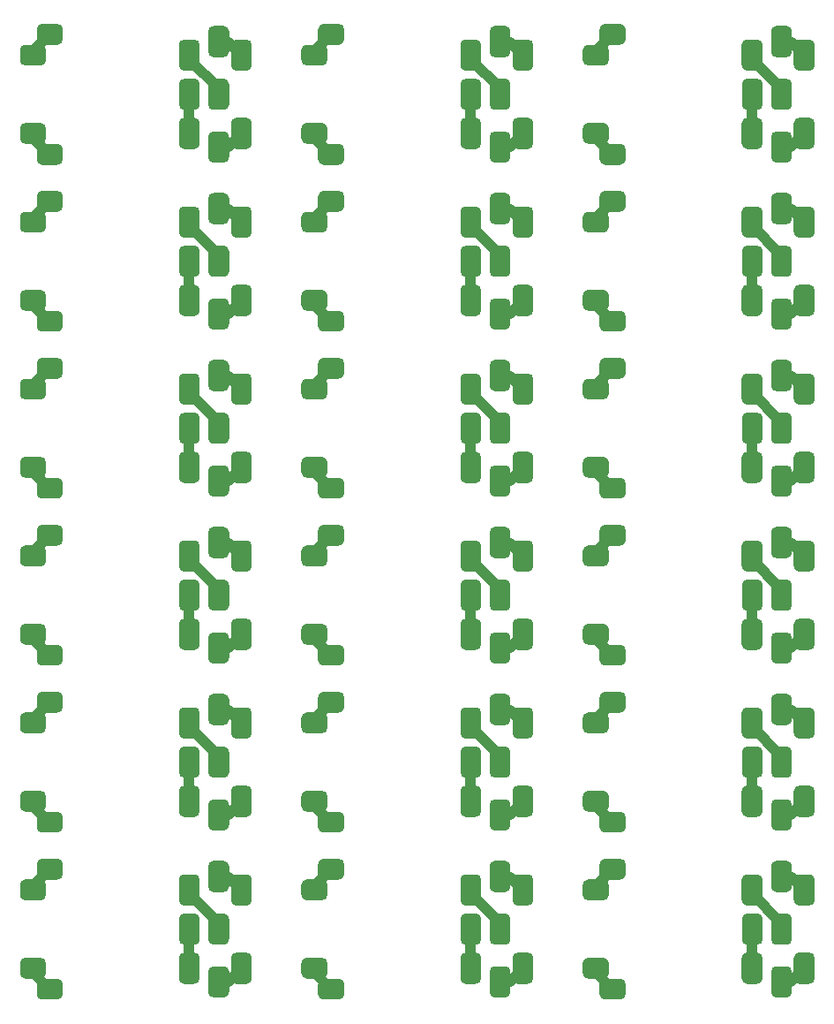
<source format=gtl>
%TF.GenerationSoftware,KiCad,Pcbnew,(5.1.10)-1*%
%TF.CreationDate,2021-12-01T17:32:52+01:00*%
%TF.ProjectId,RelayAdapter_panelized,52656c61-7941-4646-9170-7465725f7061,rev?*%
%TF.SameCoordinates,Original*%
%TF.FileFunction,Copper,L1,Top*%
%TF.FilePolarity,Positive*%
%FSLAX46Y46*%
G04 Gerber Fmt 4.6, Leading zero omitted, Abs format (unit mm)*
G04 Created by KiCad (PCBNEW (5.1.10)-1) date 2021-12-01 17:32:52*
%MOMM*%
%LPD*%
G01*
G04 APERTURE LIST*
%TA.AperFunction,Conductor*%
%ADD10C,1.000000*%
%TD*%
%TA.AperFunction,Conductor*%
%ADD11C,0.250000*%
%TD*%
G04 APERTURE END LIST*
%TO.P,K1,6*%
%TO.N,Net-(K1-Pad6)*%
%TA.AperFunction,ComponentPad*%
G36*
G01*
X123510001Y-130740001D02*
X123510001Y-128740001D01*
G75*
G02*
X124010001Y-128240001I500000J0D01*
G01*
X125010001Y-128240001D01*
G75*
G02*
X125510001Y-128740001I0J-500000D01*
G01*
X125510001Y-130740001D01*
G75*
G02*
X125010001Y-131240001I-500000J0D01*
G01*
X124010001Y-131240001D01*
G75*
G02*
X123510001Y-130740001I0J500000D01*
G01*
G37*
%TD.AperFunction*%
%TO.P,K1,5*%
%TO.N,Net-(K1-Pad5)*%
%TA.AperFunction,ComponentPad*%
G36*
G01*
X118510001Y-130740001D02*
X118510001Y-128740001D01*
G75*
G02*
X119010001Y-128240001I500000J0D01*
G01*
X120010001Y-128240001D01*
G75*
G02*
X120510001Y-128740001I0J-500000D01*
G01*
X120510001Y-130740001D01*
G75*
G02*
X120010001Y-131240001I-500000J0D01*
G01*
X119010001Y-131240001D01*
G75*
G02*
X118510001Y-130740001I0J500000D01*
G01*
G37*
%TD.AperFunction*%
%TO.P,K1,4*%
%TO.N,Net-(K1-Pad4)*%
%TA.AperFunction,ComponentPad*%
G36*
G01*
X123510001Y-123240001D02*
X123510001Y-121240001D01*
G75*
G02*
X124010001Y-120740001I500000J0D01*
G01*
X125010001Y-120740001D01*
G75*
G02*
X125510001Y-121240001I0J-500000D01*
G01*
X125510001Y-123240001D01*
G75*
G02*
X125010001Y-123740001I-500000J0D01*
G01*
X124010001Y-123740001D01*
G75*
G02*
X123510001Y-123240001I0J500000D01*
G01*
G37*
%TD.AperFunction*%
%TO.P,K1,3*%
%TO.N,Net-(K1-Pad3)*%
%TA.AperFunction,ComponentPad*%
G36*
G01*
X118510001Y-123240001D02*
X118510001Y-121240001D01*
G75*
G02*
X119010001Y-120740001I500000J0D01*
G01*
X120010001Y-120740001D01*
G75*
G02*
X120510001Y-121240001I0J-500000D01*
G01*
X120510001Y-123240001D01*
G75*
G02*
X120010001Y-123740001I-500000J0D01*
G01*
X119010001Y-123740001D01*
G75*
G02*
X118510001Y-123240001I0J500000D01*
G01*
G37*
%TD.AperFunction*%
%TO.P,K1,2*%
%TO.N,Net-(K1-Pad2)*%
%TA.AperFunction,ComponentPad*%
G36*
G01*
X103260001Y-130240001D02*
X103260001Y-129240001D01*
G75*
G02*
X103760001Y-128740001I500000J0D01*
G01*
X105260001Y-128740001D01*
G75*
G02*
X105760001Y-129240001I0J-500000D01*
G01*
X105760001Y-130240001D01*
G75*
G02*
X105260001Y-130740001I-500000J0D01*
G01*
X103760001Y-130740001D01*
G75*
G02*
X103260001Y-130240001I0J500000D01*
G01*
G37*
%TD.AperFunction*%
%TO.P,K1,1*%
%TO.N,Net-(K1-Pad1)*%
%TA.AperFunction,ComponentPad*%
G36*
G01*
X103260001Y-122740001D02*
X103260001Y-121740001D01*
G75*
G02*
X103760001Y-121240001I500000J0D01*
G01*
X105260001Y-121240001D01*
G75*
G02*
X105760001Y-121740001I0J-500000D01*
G01*
X105760001Y-122740001D01*
G75*
G02*
X105260001Y-123240001I-500000J0D01*
G01*
X103760001Y-123240001D01*
G75*
G02*
X103260001Y-122740001I0J500000D01*
G01*
G37*
%TD.AperFunction*%
%TD*%
%TO.P,K1,6*%
%TO.N,Net-(K1-Pad6)*%
%TA.AperFunction,ComponentPad*%
G36*
G01*
X96510001Y-130740001D02*
X96510001Y-128740001D01*
G75*
G02*
X97010001Y-128240001I500000J0D01*
G01*
X98010001Y-128240001D01*
G75*
G02*
X98510001Y-128740001I0J-500000D01*
G01*
X98510001Y-130740001D01*
G75*
G02*
X98010001Y-131240001I-500000J0D01*
G01*
X97010001Y-131240001D01*
G75*
G02*
X96510001Y-130740001I0J500000D01*
G01*
G37*
%TD.AperFunction*%
%TO.P,K1,5*%
%TO.N,Net-(K1-Pad5)*%
%TA.AperFunction,ComponentPad*%
G36*
G01*
X91510001Y-130740001D02*
X91510001Y-128740001D01*
G75*
G02*
X92010001Y-128240001I500000J0D01*
G01*
X93010001Y-128240001D01*
G75*
G02*
X93510001Y-128740001I0J-500000D01*
G01*
X93510001Y-130740001D01*
G75*
G02*
X93010001Y-131240001I-500000J0D01*
G01*
X92010001Y-131240001D01*
G75*
G02*
X91510001Y-130740001I0J500000D01*
G01*
G37*
%TD.AperFunction*%
%TO.P,K1,4*%
%TO.N,Net-(K1-Pad4)*%
%TA.AperFunction,ComponentPad*%
G36*
G01*
X96510001Y-123240001D02*
X96510001Y-121240001D01*
G75*
G02*
X97010001Y-120740001I500000J0D01*
G01*
X98010001Y-120740001D01*
G75*
G02*
X98510001Y-121240001I0J-500000D01*
G01*
X98510001Y-123240001D01*
G75*
G02*
X98010001Y-123740001I-500000J0D01*
G01*
X97010001Y-123740001D01*
G75*
G02*
X96510001Y-123240001I0J500000D01*
G01*
G37*
%TD.AperFunction*%
%TO.P,K1,3*%
%TO.N,Net-(K1-Pad3)*%
%TA.AperFunction,ComponentPad*%
G36*
G01*
X91510001Y-123240001D02*
X91510001Y-121240001D01*
G75*
G02*
X92010001Y-120740001I500000J0D01*
G01*
X93010001Y-120740001D01*
G75*
G02*
X93510001Y-121240001I0J-500000D01*
G01*
X93510001Y-123240001D01*
G75*
G02*
X93010001Y-123740001I-500000J0D01*
G01*
X92010001Y-123740001D01*
G75*
G02*
X91510001Y-123240001I0J500000D01*
G01*
G37*
%TD.AperFunction*%
%TO.P,K1,2*%
%TO.N,Net-(K1-Pad2)*%
%TA.AperFunction,ComponentPad*%
G36*
G01*
X76260001Y-130240001D02*
X76260001Y-129240001D01*
G75*
G02*
X76760001Y-128740001I500000J0D01*
G01*
X78260001Y-128740001D01*
G75*
G02*
X78760001Y-129240001I0J-500000D01*
G01*
X78760001Y-130240001D01*
G75*
G02*
X78260001Y-130740001I-500000J0D01*
G01*
X76760001Y-130740001D01*
G75*
G02*
X76260001Y-130240001I0J500000D01*
G01*
G37*
%TD.AperFunction*%
%TO.P,K1,1*%
%TO.N,Net-(K1-Pad1)*%
%TA.AperFunction,ComponentPad*%
G36*
G01*
X76260001Y-122740001D02*
X76260001Y-121740001D01*
G75*
G02*
X76760001Y-121240001I500000J0D01*
G01*
X78260001Y-121240001D01*
G75*
G02*
X78760001Y-121740001I0J-500000D01*
G01*
X78760001Y-122740001D01*
G75*
G02*
X78260001Y-123240001I-500000J0D01*
G01*
X76760001Y-123240001D01*
G75*
G02*
X76260001Y-122740001I0J500000D01*
G01*
G37*
%TD.AperFunction*%
%TD*%
%TO.P,K1,6*%
%TO.N,Net-(K1-Pad6)*%
%TA.AperFunction,ComponentPad*%
G36*
G01*
X69510001Y-130740001D02*
X69510001Y-128740001D01*
G75*
G02*
X70010001Y-128240001I500000J0D01*
G01*
X71010001Y-128240001D01*
G75*
G02*
X71510001Y-128740001I0J-500000D01*
G01*
X71510001Y-130740001D01*
G75*
G02*
X71010001Y-131240001I-500000J0D01*
G01*
X70010001Y-131240001D01*
G75*
G02*
X69510001Y-130740001I0J500000D01*
G01*
G37*
%TD.AperFunction*%
%TO.P,K1,5*%
%TO.N,Net-(K1-Pad5)*%
%TA.AperFunction,ComponentPad*%
G36*
G01*
X64510001Y-130740001D02*
X64510001Y-128740001D01*
G75*
G02*
X65010001Y-128240001I500000J0D01*
G01*
X66010001Y-128240001D01*
G75*
G02*
X66510001Y-128740001I0J-500000D01*
G01*
X66510001Y-130740001D01*
G75*
G02*
X66010001Y-131240001I-500000J0D01*
G01*
X65010001Y-131240001D01*
G75*
G02*
X64510001Y-130740001I0J500000D01*
G01*
G37*
%TD.AperFunction*%
%TO.P,K1,4*%
%TO.N,Net-(K1-Pad4)*%
%TA.AperFunction,ComponentPad*%
G36*
G01*
X69510001Y-123240001D02*
X69510001Y-121240001D01*
G75*
G02*
X70010001Y-120740001I500000J0D01*
G01*
X71010001Y-120740001D01*
G75*
G02*
X71510001Y-121240001I0J-500000D01*
G01*
X71510001Y-123240001D01*
G75*
G02*
X71010001Y-123740001I-500000J0D01*
G01*
X70010001Y-123740001D01*
G75*
G02*
X69510001Y-123240001I0J500000D01*
G01*
G37*
%TD.AperFunction*%
%TO.P,K1,3*%
%TO.N,Net-(K1-Pad3)*%
%TA.AperFunction,ComponentPad*%
G36*
G01*
X64510001Y-123240001D02*
X64510001Y-121240001D01*
G75*
G02*
X65010001Y-120740001I500000J0D01*
G01*
X66010001Y-120740001D01*
G75*
G02*
X66510001Y-121240001I0J-500000D01*
G01*
X66510001Y-123240001D01*
G75*
G02*
X66010001Y-123740001I-500000J0D01*
G01*
X65010001Y-123740001D01*
G75*
G02*
X64510001Y-123240001I0J500000D01*
G01*
G37*
%TD.AperFunction*%
%TO.P,K1,2*%
%TO.N,Net-(K1-Pad2)*%
%TA.AperFunction,ComponentPad*%
G36*
G01*
X49260001Y-130240001D02*
X49260001Y-129240001D01*
G75*
G02*
X49760001Y-128740001I500000J0D01*
G01*
X51260001Y-128740001D01*
G75*
G02*
X51760001Y-129240001I0J-500000D01*
G01*
X51760001Y-130240001D01*
G75*
G02*
X51260001Y-130740001I-500000J0D01*
G01*
X49760001Y-130740001D01*
G75*
G02*
X49260001Y-130240001I0J500000D01*
G01*
G37*
%TD.AperFunction*%
%TO.P,K1,1*%
%TO.N,Net-(K1-Pad1)*%
%TA.AperFunction,ComponentPad*%
G36*
G01*
X49260001Y-122740001D02*
X49260001Y-121740001D01*
G75*
G02*
X49760001Y-121240001I500000J0D01*
G01*
X51260001Y-121240001D01*
G75*
G02*
X51760001Y-121740001I0J-500000D01*
G01*
X51760001Y-122740001D01*
G75*
G02*
X51260001Y-123240001I-500000J0D01*
G01*
X49760001Y-123240001D01*
G75*
G02*
X49260001Y-122740001I0J500000D01*
G01*
G37*
%TD.AperFunction*%
%TD*%
%TO.P,K1,6*%
%TO.N,Net-(K1-Pad6)*%
%TA.AperFunction,ComponentPad*%
G36*
G01*
X123510001Y-114740001D02*
X123510001Y-112740001D01*
G75*
G02*
X124010001Y-112240001I500000J0D01*
G01*
X125010001Y-112240001D01*
G75*
G02*
X125510001Y-112740001I0J-500000D01*
G01*
X125510001Y-114740001D01*
G75*
G02*
X125010001Y-115240001I-500000J0D01*
G01*
X124010001Y-115240001D01*
G75*
G02*
X123510001Y-114740001I0J500000D01*
G01*
G37*
%TD.AperFunction*%
%TO.P,K1,5*%
%TO.N,Net-(K1-Pad5)*%
%TA.AperFunction,ComponentPad*%
G36*
G01*
X118510001Y-114740001D02*
X118510001Y-112740001D01*
G75*
G02*
X119010001Y-112240001I500000J0D01*
G01*
X120010001Y-112240001D01*
G75*
G02*
X120510001Y-112740001I0J-500000D01*
G01*
X120510001Y-114740001D01*
G75*
G02*
X120010001Y-115240001I-500000J0D01*
G01*
X119010001Y-115240001D01*
G75*
G02*
X118510001Y-114740001I0J500000D01*
G01*
G37*
%TD.AperFunction*%
%TO.P,K1,4*%
%TO.N,Net-(K1-Pad4)*%
%TA.AperFunction,ComponentPad*%
G36*
G01*
X123510001Y-107240001D02*
X123510001Y-105240001D01*
G75*
G02*
X124010001Y-104740001I500000J0D01*
G01*
X125010001Y-104740001D01*
G75*
G02*
X125510001Y-105240001I0J-500000D01*
G01*
X125510001Y-107240001D01*
G75*
G02*
X125010001Y-107740001I-500000J0D01*
G01*
X124010001Y-107740001D01*
G75*
G02*
X123510001Y-107240001I0J500000D01*
G01*
G37*
%TD.AperFunction*%
%TO.P,K1,3*%
%TO.N,Net-(K1-Pad3)*%
%TA.AperFunction,ComponentPad*%
G36*
G01*
X118510001Y-107240001D02*
X118510001Y-105240001D01*
G75*
G02*
X119010001Y-104740001I500000J0D01*
G01*
X120010001Y-104740001D01*
G75*
G02*
X120510001Y-105240001I0J-500000D01*
G01*
X120510001Y-107240001D01*
G75*
G02*
X120010001Y-107740001I-500000J0D01*
G01*
X119010001Y-107740001D01*
G75*
G02*
X118510001Y-107240001I0J500000D01*
G01*
G37*
%TD.AperFunction*%
%TO.P,K1,2*%
%TO.N,Net-(K1-Pad2)*%
%TA.AperFunction,ComponentPad*%
G36*
G01*
X103260001Y-114240001D02*
X103260001Y-113240001D01*
G75*
G02*
X103760001Y-112740001I500000J0D01*
G01*
X105260001Y-112740001D01*
G75*
G02*
X105760001Y-113240001I0J-500000D01*
G01*
X105760001Y-114240001D01*
G75*
G02*
X105260001Y-114740001I-500000J0D01*
G01*
X103760001Y-114740001D01*
G75*
G02*
X103260001Y-114240001I0J500000D01*
G01*
G37*
%TD.AperFunction*%
%TO.P,K1,1*%
%TO.N,Net-(K1-Pad1)*%
%TA.AperFunction,ComponentPad*%
G36*
G01*
X103260001Y-106740001D02*
X103260001Y-105740001D01*
G75*
G02*
X103760001Y-105240001I500000J0D01*
G01*
X105260001Y-105240001D01*
G75*
G02*
X105760001Y-105740001I0J-500000D01*
G01*
X105760001Y-106740001D01*
G75*
G02*
X105260001Y-107240001I-500000J0D01*
G01*
X103760001Y-107240001D01*
G75*
G02*
X103260001Y-106740001I0J500000D01*
G01*
G37*
%TD.AperFunction*%
%TD*%
%TO.P,K1,6*%
%TO.N,Net-(K1-Pad6)*%
%TA.AperFunction,ComponentPad*%
G36*
G01*
X96510001Y-114740001D02*
X96510001Y-112740001D01*
G75*
G02*
X97010001Y-112240001I500000J0D01*
G01*
X98010001Y-112240001D01*
G75*
G02*
X98510001Y-112740001I0J-500000D01*
G01*
X98510001Y-114740001D01*
G75*
G02*
X98010001Y-115240001I-500000J0D01*
G01*
X97010001Y-115240001D01*
G75*
G02*
X96510001Y-114740001I0J500000D01*
G01*
G37*
%TD.AperFunction*%
%TO.P,K1,5*%
%TO.N,Net-(K1-Pad5)*%
%TA.AperFunction,ComponentPad*%
G36*
G01*
X91510001Y-114740001D02*
X91510001Y-112740001D01*
G75*
G02*
X92010001Y-112240001I500000J0D01*
G01*
X93010001Y-112240001D01*
G75*
G02*
X93510001Y-112740001I0J-500000D01*
G01*
X93510001Y-114740001D01*
G75*
G02*
X93010001Y-115240001I-500000J0D01*
G01*
X92010001Y-115240001D01*
G75*
G02*
X91510001Y-114740001I0J500000D01*
G01*
G37*
%TD.AperFunction*%
%TO.P,K1,4*%
%TO.N,Net-(K1-Pad4)*%
%TA.AperFunction,ComponentPad*%
G36*
G01*
X96510001Y-107240001D02*
X96510001Y-105240001D01*
G75*
G02*
X97010001Y-104740001I500000J0D01*
G01*
X98010001Y-104740001D01*
G75*
G02*
X98510001Y-105240001I0J-500000D01*
G01*
X98510001Y-107240001D01*
G75*
G02*
X98010001Y-107740001I-500000J0D01*
G01*
X97010001Y-107740001D01*
G75*
G02*
X96510001Y-107240001I0J500000D01*
G01*
G37*
%TD.AperFunction*%
%TO.P,K1,3*%
%TO.N,Net-(K1-Pad3)*%
%TA.AperFunction,ComponentPad*%
G36*
G01*
X91510001Y-107240001D02*
X91510001Y-105240001D01*
G75*
G02*
X92010001Y-104740001I500000J0D01*
G01*
X93010001Y-104740001D01*
G75*
G02*
X93510001Y-105240001I0J-500000D01*
G01*
X93510001Y-107240001D01*
G75*
G02*
X93010001Y-107740001I-500000J0D01*
G01*
X92010001Y-107740001D01*
G75*
G02*
X91510001Y-107240001I0J500000D01*
G01*
G37*
%TD.AperFunction*%
%TO.P,K1,2*%
%TO.N,Net-(K1-Pad2)*%
%TA.AperFunction,ComponentPad*%
G36*
G01*
X76260001Y-114240001D02*
X76260001Y-113240001D01*
G75*
G02*
X76760001Y-112740001I500000J0D01*
G01*
X78260001Y-112740001D01*
G75*
G02*
X78760001Y-113240001I0J-500000D01*
G01*
X78760001Y-114240001D01*
G75*
G02*
X78260001Y-114740001I-500000J0D01*
G01*
X76760001Y-114740001D01*
G75*
G02*
X76260001Y-114240001I0J500000D01*
G01*
G37*
%TD.AperFunction*%
%TO.P,K1,1*%
%TO.N,Net-(K1-Pad1)*%
%TA.AperFunction,ComponentPad*%
G36*
G01*
X76260001Y-106740001D02*
X76260001Y-105740001D01*
G75*
G02*
X76760001Y-105240001I500000J0D01*
G01*
X78260001Y-105240001D01*
G75*
G02*
X78760001Y-105740001I0J-500000D01*
G01*
X78760001Y-106740001D01*
G75*
G02*
X78260001Y-107240001I-500000J0D01*
G01*
X76760001Y-107240001D01*
G75*
G02*
X76260001Y-106740001I0J500000D01*
G01*
G37*
%TD.AperFunction*%
%TD*%
%TO.P,K1,6*%
%TO.N,Net-(K1-Pad6)*%
%TA.AperFunction,ComponentPad*%
G36*
G01*
X69510001Y-114740001D02*
X69510001Y-112740001D01*
G75*
G02*
X70010001Y-112240001I500000J0D01*
G01*
X71010001Y-112240001D01*
G75*
G02*
X71510001Y-112740001I0J-500000D01*
G01*
X71510001Y-114740001D01*
G75*
G02*
X71010001Y-115240001I-500000J0D01*
G01*
X70010001Y-115240001D01*
G75*
G02*
X69510001Y-114740001I0J500000D01*
G01*
G37*
%TD.AperFunction*%
%TO.P,K1,5*%
%TO.N,Net-(K1-Pad5)*%
%TA.AperFunction,ComponentPad*%
G36*
G01*
X64510001Y-114740001D02*
X64510001Y-112740001D01*
G75*
G02*
X65010001Y-112240001I500000J0D01*
G01*
X66010001Y-112240001D01*
G75*
G02*
X66510001Y-112740001I0J-500000D01*
G01*
X66510001Y-114740001D01*
G75*
G02*
X66010001Y-115240001I-500000J0D01*
G01*
X65010001Y-115240001D01*
G75*
G02*
X64510001Y-114740001I0J500000D01*
G01*
G37*
%TD.AperFunction*%
%TO.P,K1,4*%
%TO.N,Net-(K1-Pad4)*%
%TA.AperFunction,ComponentPad*%
G36*
G01*
X69510001Y-107240001D02*
X69510001Y-105240001D01*
G75*
G02*
X70010001Y-104740001I500000J0D01*
G01*
X71010001Y-104740001D01*
G75*
G02*
X71510001Y-105240001I0J-500000D01*
G01*
X71510001Y-107240001D01*
G75*
G02*
X71010001Y-107740001I-500000J0D01*
G01*
X70010001Y-107740001D01*
G75*
G02*
X69510001Y-107240001I0J500000D01*
G01*
G37*
%TD.AperFunction*%
%TO.P,K1,3*%
%TO.N,Net-(K1-Pad3)*%
%TA.AperFunction,ComponentPad*%
G36*
G01*
X64510001Y-107240001D02*
X64510001Y-105240001D01*
G75*
G02*
X65010001Y-104740001I500000J0D01*
G01*
X66010001Y-104740001D01*
G75*
G02*
X66510001Y-105240001I0J-500000D01*
G01*
X66510001Y-107240001D01*
G75*
G02*
X66010001Y-107740001I-500000J0D01*
G01*
X65010001Y-107740001D01*
G75*
G02*
X64510001Y-107240001I0J500000D01*
G01*
G37*
%TD.AperFunction*%
%TO.P,K1,2*%
%TO.N,Net-(K1-Pad2)*%
%TA.AperFunction,ComponentPad*%
G36*
G01*
X49260001Y-114240001D02*
X49260001Y-113240001D01*
G75*
G02*
X49760001Y-112740001I500000J0D01*
G01*
X51260001Y-112740001D01*
G75*
G02*
X51760001Y-113240001I0J-500000D01*
G01*
X51760001Y-114240001D01*
G75*
G02*
X51260001Y-114740001I-500000J0D01*
G01*
X49760001Y-114740001D01*
G75*
G02*
X49260001Y-114240001I0J500000D01*
G01*
G37*
%TD.AperFunction*%
%TO.P,K1,1*%
%TO.N,Net-(K1-Pad1)*%
%TA.AperFunction,ComponentPad*%
G36*
G01*
X49260001Y-106740001D02*
X49260001Y-105740001D01*
G75*
G02*
X49760001Y-105240001I500000J0D01*
G01*
X51260001Y-105240001D01*
G75*
G02*
X51760001Y-105740001I0J-500000D01*
G01*
X51760001Y-106740001D01*
G75*
G02*
X51260001Y-107240001I-500000J0D01*
G01*
X49760001Y-107240001D01*
G75*
G02*
X49260001Y-106740001I0J500000D01*
G01*
G37*
%TD.AperFunction*%
%TD*%
%TO.P,K1,6*%
%TO.N,Net-(K1-Pad6)*%
%TA.AperFunction,ComponentPad*%
G36*
G01*
X123510001Y-98740001D02*
X123510001Y-96740001D01*
G75*
G02*
X124010001Y-96240001I500000J0D01*
G01*
X125010001Y-96240001D01*
G75*
G02*
X125510001Y-96740001I0J-500000D01*
G01*
X125510001Y-98740001D01*
G75*
G02*
X125010001Y-99240001I-500000J0D01*
G01*
X124010001Y-99240001D01*
G75*
G02*
X123510001Y-98740001I0J500000D01*
G01*
G37*
%TD.AperFunction*%
%TO.P,K1,5*%
%TO.N,Net-(K1-Pad5)*%
%TA.AperFunction,ComponentPad*%
G36*
G01*
X118510001Y-98740001D02*
X118510001Y-96740001D01*
G75*
G02*
X119010001Y-96240001I500000J0D01*
G01*
X120010001Y-96240001D01*
G75*
G02*
X120510001Y-96740001I0J-500000D01*
G01*
X120510001Y-98740001D01*
G75*
G02*
X120010001Y-99240001I-500000J0D01*
G01*
X119010001Y-99240001D01*
G75*
G02*
X118510001Y-98740001I0J500000D01*
G01*
G37*
%TD.AperFunction*%
%TO.P,K1,4*%
%TO.N,Net-(K1-Pad4)*%
%TA.AperFunction,ComponentPad*%
G36*
G01*
X123510001Y-91240001D02*
X123510001Y-89240001D01*
G75*
G02*
X124010001Y-88740001I500000J0D01*
G01*
X125010001Y-88740001D01*
G75*
G02*
X125510001Y-89240001I0J-500000D01*
G01*
X125510001Y-91240001D01*
G75*
G02*
X125010001Y-91740001I-500000J0D01*
G01*
X124010001Y-91740001D01*
G75*
G02*
X123510001Y-91240001I0J500000D01*
G01*
G37*
%TD.AperFunction*%
%TO.P,K1,3*%
%TO.N,Net-(K1-Pad3)*%
%TA.AperFunction,ComponentPad*%
G36*
G01*
X118510001Y-91240001D02*
X118510001Y-89240001D01*
G75*
G02*
X119010001Y-88740001I500000J0D01*
G01*
X120010001Y-88740001D01*
G75*
G02*
X120510001Y-89240001I0J-500000D01*
G01*
X120510001Y-91240001D01*
G75*
G02*
X120010001Y-91740001I-500000J0D01*
G01*
X119010001Y-91740001D01*
G75*
G02*
X118510001Y-91240001I0J500000D01*
G01*
G37*
%TD.AperFunction*%
%TO.P,K1,2*%
%TO.N,Net-(K1-Pad2)*%
%TA.AperFunction,ComponentPad*%
G36*
G01*
X103260001Y-98240001D02*
X103260001Y-97240001D01*
G75*
G02*
X103760001Y-96740001I500000J0D01*
G01*
X105260001Y-96740001D01*
G75*
G02*
X105760001Y-97240001I0J-500000D01*
G01*
X105760001Y-98240001D01*
G75*
G02*
X105260001Y-98740001I-500000J0D01*
G01*
X103760001Y-98740001D01*
G75*
G02*
X103260001Y-98240001I0J500000D01*
G01*
G37*
%TD.AperFunction*%
%TO.P,K1,1*%
%TO.N,Net-(K1-Pad1)*%
%TA.AperFunction,ComponentPad*%
G36*
G01*
X103260001Y-90740001D02*
X103260001Y-89740001D01*
G75*
G02*
X103760001Y-89240001I500000J0D01*
G01*
X105260001Y-89240001D01*
G75*
G02*
X105760001Y-89740001I0J-500000D01*
G01*
X105760001Y-90740001D01*
G75*
G02*
X105260001Y-91240001I-500000J0D01*
G01*
X103760001Y-91240001D01*
G75*
G02*
X103260001Y-90740001I0J500000D01*
G01*
G37*
%TD.AperFunction*%
%TD*%
%TO.P,K1,6*%
%TO.N,Net-(K1-Pad6)*%
%TA.AperFunction,ComponentPad*%
G36*
G01*
X96510001Y-98740001D02*
X96510001Y-96740001D01*
G75*
G02*
X97010001Y-96240001I500000J0D01*
G01*
X98010001Y-96240001D01*
G75*
G02*
X98510001Y-96740001I0J-500000D01*
G01*
X98510001Y-98740001D01*
G75*
G02*
X98010001Y-99240001I-500000J0D01*
G01*
X97010001Y-99240001D01*
G75*
G02*
X96510001Y-98740001I0J500000D01*
G01*
G37*
%TD.AperFunction*%
%TO.P,K1,5*%
%TO.N,Net-(K1-Pad5)*%
%TA.AperFunction,ComponentPad*%
G36*
G01*
X91510001Y-98740001D02*
X91510001Y-96740001D01*
G75*
G02*
X92010001Y-96240001I500000J0D01*
G01*
X93010001Y-96240001D01*
G75*
G02*
X93510001Y-96740001I0J-500000D01*
G01*
X93510001Y-98740001D01*
G75*
G02*
X93010001Y-99240001I-500000J0D01*
G01*
X92010001Y-99240001D01*
G75*
G02*
X91510001Y-98740001I0J500000D01*
G01*
G37*
%TD.AperFunction*%
%TO.P,K1,4*%
%TO.N,Net-(K1-Pad4)*%
%TA.AperFunction,ComponentPad*%
G36*
G01*
X96510001Y-91240001D02*
X96510001Y-89240001D01*
G75*
G02*
X97010001Y-88740001I500000J0D01*
G01*
X98010001Y-88740001D01*
G75*
G02*
X98510001Y-89240001I0J-500000D01*
G01*
X98510001Y-91240001D01*
G75*
G02*
X98010001Y-91740001I-500000J0D01*
G01*
X97010001Y-91740001D01*
G75*
G02*
X96510001Y-91240001I0J500000D01*
G01*
G37*
%TD.AperFunction*%
%TO.P,K1,3*%
%TO.N,Net-(K1-Pad3)*%
%TA.AperFunction,ComponentPad*%
G36*
G01*
X91510001Y-91240001D02*
X91510001Y-89240001D01*
G75*
G02*
X92010001Y-88740001I500000J0D01*
G01*
X93010001Y-88740001D01*
G75*
G02*
X93510001Y-89240001I0J-500000D01*
G01*
X93510001Y-91240001D01*
G75*
G02*
X93010001Y-91740001I-500000J0D01*
G01*
X92010001Y-91740001D01*
G75*
G02*
X91510001Y-91240001I0J500000D01*
G01*
G37*
%TD.AperFunction*%
%TO.P,K1,2*%
%TO.N,Net-(K1-Pad2)*%
%TA.AperFunction,ComponentPad*%
G36*
G01*
X76260001Y-98240001D02*
X76260001Y-97240001D01*
G75*
G02*
X76760001Y-96740001I500000J0D01*
G01*
X78260001Y-96740001D01*
G75*
G02*
X78760001Y-97240001I0J-500000D01*
G01*
X78760001Y-98240001D01*
G75*
G02*
X78260001Y-98740001I-500000J0D01*
G01*
X76760001Y-98740001D01*
G75*
G02*
X76260001Y-98240001I0J500000D01*
G01*
G37*
%TD.AperFunction*%
%TO.P,K1,1*%
%TO.N,Net-(K1-Pad1)*%
%TA.AperFunction,ComponentPad*%
G36*
G01*
X76260001Y-90740001D02*
X76260001Y-89740001D01*
G75*
G02*
X76760001Y-89240001I500000J0D01*
G01*
X78260001Y-89240001D01*
G75*
G02*
X78760001Y-89740001I0J-500000D01*
G01*
X78760001Y-90740001D01*
G75*
G02*
X78260001Y-91240001I-500000J0D01*
G01*
X76760001Y-91240001D01*
G75*
G02*
X76260001Y-90740001I0J500000D01*
G01*
G37*
%TD.AperFunction*%
%TD*%
%TO.P,K1,6*%
%TO.N,Net-(K1-Pad6)*%
%TA.AperFunction,ComponentPad*%
G36*
G01*
X69510001Y-98740001D02*
X69510001Y-96740001D01*
G75*
G02*
X70010001Y-96240001I500000J0D01*
G01*
X71010001Y-96240001D01*
G75*
G02*
X71510001Y-96740001I0J-500000D01*
G01*
X71510001Y-98740001D01*
G75*
G02*
X71010001Y-99240001I-500000J0D01*
G01*
X70010001Y-99240001D01*
G75*
G02*
X69510001Y-98740001I0J500000D01*
G01*
G37*
%TD.AperFunction*%
%TO.P,K1,5*%
%TO.N,Net-(K1-Pad5)*%
%TA.AperFunction,ComponentPad*%
G36*
G01*
X64510001Y-98740001D02*
X64510001Y-96740001D01*
G75*
G02*
X65010001Y-96240001I500000J0D01*
G01*
X66010001Y-96240001D01*
G75*
G02*
X66510001Y-96740001I0J-500000D01*
G01*
X66510001Y-98740001D01*
G75*
G02*
X66010001Y-99240001I-500000J0D01*
G01*
X65010001Y-99240001D01*
G75*
G02*
X64510001Y-98740001I0J500000D01*
G01*
G37*
%TD.AperFunction*%
%TO.P,K1,4*%
%TO.N,Net-(K1-Pad4)*%
%TA.AperFunction,ComponentPad*%
G36*
G01*
X69510001Y-91240001D02*
X69510001Y-89240001D01*
G75*
G02*
X70010001Y-88740001I500000J0D01*
G01*
X71010001Y-88740001D01*
G75*
G02*
X71510001Y-89240001I0J-500000D01*
G01*
X71510001Y-91240001D01*
G75*
G02*
X71010001Y-91740001I-500000J0D01*
G01*
X70010001Y-91740001D01*
G75*
G02*
X69510001Y-91240001I0J500000D01*
G01*
G37*
%TD.AperFunction*%
%TO.P,K1,3*%
%TO.N,Net-(K1-Pad3)*%
%TA.AperFunction,ComponentPad*%
G36*
G01*
X64510001Y-91240001D02*
X64510001Y-89240001D01*
G75*
G02*
X65010001Y-88740001I500000J0D01*
G01*
X66010001Y-88740001D01*
G75*
G02*
X66510001Y-89240001I0J-500000D01*
G01*
X66510001Y-91240001D01*
G75*
G02*
X66010001Y-91740001I-500000J0D01*
G01*
X65010001Y-91740001D01*
G75*
G02*
X64510001Y-91240001I0J500000D01*
G01*
G37*
%TD.AperFunction*%
%TO.P,K1,2*%
%TO.N,Net-(K1-Pad2)*%
%TA.AperFunction,ComponentPad*%
G36*
G01*
X49260001Y-98240001D02*
X49260001Y-97240001D01*
G75*
G02*
X49760001Y-96740001I500000J0D01*
G01*
X51260001Y-96740001D01*
G75*
G02*
X51760001Y-97240001I0J-500000D01*
G01*
X51760001Y-98240001D01*
G75*
G02*
X51260001Y-98740001I-500000J0D01*
G01*
X49760001Y-98740001D01*
G75*
G02*
X49260001Y-98240001I0J500000D01*
G01*
G37*
%TD.AperFunction*%
%TO.P,K1,1*%
%TO.N,Net-(K1-Pad1)*%
%TA.AperFunction,ComponentPad*%
G36*
G01*
X49260001Y-90740001D02*
X49260001Y-89740001D01*
G75*
G02*
X49760001Y-89240001I500000J0D01*
G01*
X51260001Y-89240001D01*
G75*
G02*
X51760001Y-89740001I0J-500000D01*
G01*
X51760001Y-90740001D01*
G75*
G02*
X51260001Y-91240001I-500000J0D01*
G01*
X49760001Y-91240001D01*
G75*
G02*
X49260001Y-90740001I0J500000D01*
G01*
G37*
%TD.AperFunction*%
%TD*%
%TO.P,K1,6*%
%TO.N,Net-(K1-Pad6)*%
%TA.AperFunction,ComponentPad*%
G36*
G01*
X123510001Y-82740001D02*
X123510001Y-80740001D01*
G75*
G02*
X124010001Y-80240001I500000J0D01*
G01*
X125010001Y-80240001D01*
G75*
G02*
X125510001Y-80740001I0J-500000D01*
G01*
X125510001Y-82740001D01*
G75*
G02*
X125010001Y-83240001I-500000J0D01*
G01*
X124010001Y-83240001D01*
G75*
G02*
X123510001Y-82740001I0J500000D01*
G01*
G37*
%TD.AperFunction*%
%TO.P,K1,5*%
%TO.N,Net-(K1-Pad5)*%
%TA.AperFunction,ComponentPad*%
G36*
G01*
X118510001Y-82740001D02*
X118510001Y-80740001D01*
G75*
G02*
X119010001Y-80240001I500000J0D01*
G01*
X120010001Y-80240001D01*
G75*
G02*
X120510001Y-80740001I0J-500000D01*
G01*
X120510001Y-82740001D01*
G75*
G02*
X120010001Y-83240001I-500000J0D01*
G01*
X119010001Y-83240001D01*
G75*
G02*
X118510001Y-82740001I0J500000D01*
G01*
G37*
%TD.AperFunction*%
%TO.P,K1,4*%
%TO.N,Net-(K1-Pad4)*%
%TA.AperFunction,ComponentPad*%
G36*
G01*
X123510001Y-75240001D02*
X123510001Y-73240001D01*
G75*
G02*
X124010001Y-72740001I500000J0D01*
G01*
X125010001Y-72740001D01*
G75*
G02*
X125510001Y-73240001I0J-500000D01*
G01*
X125510001Y-75240001D01*
G75*
G02*
X125010001Y-75740001I-500000J0D01*
G01*
X124010001Y-75740001D01*
G75*
G02*
X123510001Y-75240001I0J500000D01*
G01*
G37*
%TD.AperFunction*%
%TO.P,K1,3*%
%TO.N,Net-(K1-Pad3)*%
%TA.AperFunction,ComponentPad*%
G36*
G01*
X118510001Y-75240001D02*
X118510001Y-73240001D01*
G75*
G02*
X119010001Y-72740001I500000J0D01*
G01*
X120010001Y-72740001D01*
G75*
G02*
X120510001Y-73240001I0J-500000D01*
G01*
X120510001Y-75240001D01*
G75*
G02*
X120010001Y-75740001I-500000J0D01*
G01*
X119010001Y-75740001D01*
G75*
G02*
X118510001Y-75240001I0J500000D01*
G01*
G37*
%TD.AperFunction*%
%TO.P,K1,2*%
%TO.N,Net-(K1-Pad2)*%
%TA.AperFunction,ComponentPad*%
G36*
G01*
X103260001Y-82240001D02*
X103260001Y-81240001D01*
G75*
G02*
X103760001Y-80740001I500000J0D01*
G01*
X105260001Y-80740001D01*
G75*
G02*
X105760001Y-81240001I0J-500000D01*
G01*
X105760001Y-82240001D01*
G75*
G02*
X105260001Y-82740001I-500000J0D01*
G01*
X103760001Y-82740001D01*
G75*
G02*
X103260001Y-82240001I0J500000D01*
G01*
G37*
%TD.AperFunction*%
%TO.P,K1,1*%
%TO.N,Net-(K1-Pad1)*%
%TA.AperFunction,ComponentPad*%
G36*
G01*
X103260001Y-74740001D02*
X103260001Y-73740001D01*
G75*
G02*
X103760001Y-73240001I500000J0D01*
G01*
X105260001Y-73240001D01*
G75*
G02*
X105760001Y-73740001I0J-500000D01*
G01*
X105760001Y-74740001D01*
G75*
G02*
X105260001Y-75240001I-500000J0D01*
G01*
X103760001Y-75240001D01*
G75*
G02*
X103260001Y-74740001I0J500000D01*
G01*
G37*
%TD.AperFunction*%
%TD*%
%TO.P,K1,6*%
%TO.N,Net-(K1-Pad6)*%
%TA.AperFunction,ComponentPad*%
G36*
G01*
X96510001Y-82740001D02*
X96510001Y-80740001D01*
G75*
G02*
X97010001Y-80240001I500000J0D01*
G01*
X98010001Y-80240001D01*
G75*
G02*
X98510001Y-80740001I0J-500000D01*
G01*
X98510001Y-82740001D01*
G75*
G02*
X98010001Y-83240001I-500000J0D01*
G01*
X97010001Y-83240001D01*
G75*
G02*
X96510001Y-82740001I0J500000D01*
G01*
G37*
%TD.AperFunction*%
%TO.P,K1,5*%
%TO.N,Net-(K1-Pad5)*%
%TA.AperFunction,ComponentPad*%
G36*
G01*
X91510001Y-82740001D02*
X91510001Y-80740001D01*
G75*
G02*
X92010001Y-80240001I500000J0D01*
G01*
X93010001Y-80240001D01*
G75*
G02*
X93510001Y-80740001I0J-500000D01*
G01*
X93510001Y-82740001D01*
G75*
G02*
X93010001Y-83240001I-500000J0D01*
G01*
X92010001Y-83240001D01*
G75*
G02*
X91510001Y-82740001I0J500000D01*
G01*
G37*
%TD.AperFunction*%
%TO.P,K1,4*%
%TO.N,Net-(K1-Pad4)*%
%TA.AperFunction,ComponentPad*%
G36*
G01*
X96510001Y-75240001D02*
X96510001Y-73240001D01*
G75*
G02*
X97010001Y-72740001I500000J0D01*
G01*
X98010001Y-72740001D01*
G75*
G02*
X98510001Y-73240001I0J-500000D01*
G01*
X98510001Y-75240001D01*
G75*
G02*
X98010001Y-75740001I-500000J0D01*
G01*
X97010001Y-75740001D01*
G75*
G02*
X96510001Y-75240001I0J500000D01*
G01*
G37*
%TD.AperFunction*%
%TO.P,K1,3*%
%TO.N,Net-(K1-Pad3)*%
%TA.AperFunction,ComponentPad*%
G36*
G01*
X91510001Y-75240001D02*
X91510001Y-73240001D01*
G75*
G02*
X92010001Y-72740001I500000J0D01*
G01*
X93010001Y-72740001D01*
G75*
G02*
X93510001Y-73240001I0J-500000D01*
G01*
X93510001Y-75240001D01*
G75*
G02*
X93010001Y-75740001I-500000J0D01*
G01*
X92010001Y-75740001D01*
G75*
G02*
X91510001Y-75240001I0J500000D01*
G01*
G37*
%TD.AperFunction*%
%TO.P,K1,2*%
%TO.N,Net-(K1-Pad2)*%
%TA.AperFunction,ComponentPad*%
G36*
G01*
X76260001Y-82240001D02*
X76260001Y-81240001D01*
G75*
G02*
X76760001Y-80740001I500000J0D01*
G01*
X78260001Y-80740001D01*
G75*
G02*
X78760001Y-81240001I0J-500000D01*
G01*
X78760001Y-82240001D01*
G75*
G02*
X78260001Y-82740001I-500000J0D01*
G01*
X76760001Y-82740001D01*
G75*
G02*
X76260001Y-82240001I0J500000D01*
G01*
G37*
%TD.AperFunction*%
%TO.P,K1,1*%
%TO.N,Net-(K1-Pad1)*%
%TA.AperFunction,ComponentPad*%
G36*
G01*
X76260001Y-74740001D02*
X76260001Y-73740001D01*
G75*
G02*
X76760001Y-73240001I500000J0D01*
G01*
X78260001Y-73240001D01*
G75*
G02*
X78760001Y-73740001I0J-500000D01*
G01*
X78760001Y-74740001D01*
G75*
G02*
X78260001Y-75240001I-500000J0D01*
G01*
X76760001Y-75240001D01*
G75*
G02*
X76260001Y-74740001I0J500000D01*
G01*
G37*
%TD.AperFunction*%
%TD*%
%TO.P,K1,6*%
%TO.N,Net-(K1-Pad6)*%
%TA.AperFunction,ComponentPad*%
G36*
G01*
X69510001Y-82740001D02*
X69510001Y-80740001D01*
G75*
G02*
X70010001Y-80240001I500000J0D01*
G01*
X71010001Y-80240001D01*
G75*
G02*
X71510001Y-80740001I0J-500000D01*
G01*
X71510001Y-82740001D01*
G75*
G02*
X71010001Y-83240001I-500000J0D01*
G01*
X70010001Y-83240001D01*
G75*
G02*
X69510001Y-82740001I0J500000D01*
G01*
G37*
%TD.AperFunction*%
%TO.P,K1,5*%
%TO.N,Net-(K1-Pad5)*%
%TA.AperFunction,ComponentPad*%
G36*
G01*
X64510001Y-82740001D02*
X64510001Y-80740001D01*
G75*
G02*
X65010001Y-80240001I500000J0D01*
G01*
X66010001Y-80240001D01*
G75*
G02*
X66510001Y-80740001I0J-500000D01*
G01*
X66510001Y-82740001D01*
G75*
G02*
X66010001Y-83240001I-500000J0D01*
G01*
X65010001Y-83240001D01*
G75*
G02*
X64510001Y-82740001I0J500000D01*
G01*
G37*
%TD.AperFunction*%
%TO.P,K1,4*%
%TO.N,Net-(K1-Pad4)*%
%TA.AperFunction,ComponentPad*%
G36*
G01*
X69510001Y-75240001D02*
X69510001Y-73240001D01*
G75*
G02*
X70010001Y-72740001I500000J0D01*
G01*
X71010001Y-72740001D01*
G75*
G02*
X71510001Y-73240001I0J-500000D01*
G01*
X71510001Y-75240001D01*
G75*
G02*
X71010001Y-75740001I-500000J0D01*
G01*
X70010001Y-75740001D01*
G75*
G02*
X69510001Y-75240001I0J500000D01*
G01*
G37*
%TD.AperFunction*%
%TO.P,K1,3*%
%TO.N,Net-(K1-Pad3)*%
%TA.AperFunction,ComponentPad*%
G36*
G01*
X64510001Y-75240001D02*
X64510001Y-73240001D01*
G75*
G02*
X65010001Y-72740001I500000J0D01*
G01*
X66010001Y-72740001D01*
G75*
G02*
X66510001Y-73240001I0J-500000D01*
G01*
X66510001Y-75240001D01*
G75*
G02*
X66010001Y-75740001I-500000J0D01*
G01*
X65010001Y-75740001D01*
G75*
G02*
X64510001Y-75240001I0J500000D01*
G01*
G37*
%TD.AperFunction*%
%TO.P,K1,2*%
%TO.N,Net-(K1-Pad2)*%
%TA.AperFunction,ComponentPad*%
G36*
G01*
X49260001Y-82240001D02*
X49260001Y-81240001D01*
G75*
G02*
X49760001Y-80740001I500000J0D01*
G01*
X51260001Y-80740001D01*
G75*
G02*
X51760001Y-81240001I0J-500000D01*
G01*
X51760001Y-82240001D01*
G75*
G02*
X51260001Y-82740001I-500000J0D01*
G01*
X49760001Y-82740001D01*
G75*
G02*
X49260001Y-82240001I0J500000D01*
G01*
G37*
%TD.AperFunction*%
%TO.P,K1,1*%
%TO.N,Net-(K1-Pad1)*%
%TA.AperFunction,ComponentPad*%
G36*
G01*
X49260001Y-74740001D02*
X49260001Y-73740001D01*
G75*
G02*
X49760001Y-73240001I500000J0D01*
G01*
X51260001Y-73240001D01*
G75*
G02*
X51760001Y-73740001I0J-500000D01*
G01*
X51760001Y-74740001D01*
G75*
G02*
X51260001Y-75240001I-500000J0D01*
G01*
X49760001Y-75240001D01*
G75*
G02*
X49260001Y-74740001I0J500000D01*
G01*
G37*
%TD.AperFunction*%
%TD*%
%TO.P,K1,6*%
%TO.N,Net-(K1-Pad6)*%
%TA.AperFunction,ComponentPad*%
G36*
G01*
X123510001Y-66740001D02*
X123510001Y-64740001D01*
G75*
G02*
X124010001Y-64240001I500000J0D01*
G01*
X125010001Y-64240001D01*
G75*
G02*
X125510001Y-64740001I0J-500000D01*
G01*
X125510001Y-66740001D01*
G75*
G02*
X125010001Y-67240001I-500000J0D01*
G01*
X124010001Y-67240001D01*
G75*
G02*
X123510001Y-66740001I0J500000D01*
G01*
G37*
%TD.AperFunction*%
%TO.P,K1,5*%
%TO.N,Net-(K1-Pad5)*%
%TA.AperFunction,ComponentPad*%
G36*
G01*
X118510001Y-66740001D02*
X118510001Y-64740001D01*
G75*
G02*
X119010001Y-64240001I500000J0D01*
G01*
X120010001Y-64240001D01*
G75*
G02*
X120510001Y-64740001I0J-500000D01*
G01*
X120510001Y-66740001D01*
G75*
G02*
X120010001Y-67240001I-500000J0D01*
G01*
X119010001Y-67240001D01*
G75*
G02*
X118510001Y-66740001I0J500000D01*
G01*
G37*
%TD.AperFunction*%
%TO.P,K1,4*%
%TO.N,Net-(K1-Pad4)*%
%TA.AperFunction,ComponentPad*%
G36*
G01*
X123510001Y-59240001D02*
X123510001Y-57240001D01*
G75*
G02*
X124010001Y-56740001I500000J0D01*
G01*
X125010001Y-56740001D01*
G75*
G02*
X125510001Y-57240001I0J-500000D01*
G01*
X125510001Y-59240001D01*
G75*
G02*
X125010001Y-59740001I-500000J0D01*
G01*
X124010001Y-59740001D01*
G75*
G02*
X123510001Y-59240001I0J500000D01*
G01*
G37*
%TD.AperFunction*%
%TO.P,K1,3*%
%TO.N,Net-(K1-Pad3)*%
%TA.AperFunction,ComponentPad*%
G36*
G01*
X118510001Y-59240001D02*
X118510001Y-57240001D01*
G75*
G02*
X119010001Y-56740001I500000J0D01*
G01*
X120010001Y-56740001D01*
G75*
G02*
X120510001Y-57240001I0J-500000D01*
G01*
X120510001Y-59240001D01*
G75*
G02*
X120010001Y-59740001I-500000J0D01*
G01*
X119010001Y-59740001D01*
G75*
G02*
X118510001Y-59240001I0J500000D01*
G01*
G37*
%TD.AperFunction*%
%TO.P,K1,2*%
%TO.N,Net-(K1-Pad2)*%
%TA.AperFunction,ComponentPad*%
G36*
G01*
X103260001Y-66240001D02*
X103260001Y-65240001D01*
G75*
G02*
X103760001Y-64740001I500000J0D01*
G01*
X105260001Y-64740001D01*
G75*
G02*
X105760001Y-65240001I0J-500000D01*
G01*
X105760001Y-66240001D01*
G75*
G02*
X105260001Y-66740001I-500000J0D01*
G01*
X103760001Y-66740001D01*
G75*
G02*
X103260001Y-66240001I0J500000D01*
G01*
G37*
%TD.AperFunction*%
%TO.P,K1,1*%
%TO.N,Net-(K1-Pad1)*%
%TA.AperFunction,ComponentPad*%
G36*
G01*
X103260001Y-58740001D02*
X103260001Y-57740001D01*
G75*
G02*
X103760001Y-57240001I500000J0D01*
G01*
X105260001Y-57240001D01*
G75*
G02*
X105760001Y-57740001I0J-500000D01*
G01*
X105760001Y-58740001D01*
G75*
G02*
X105260001Y-59240001I-500000J0D01*
G01*
X103760001Y-59240001D01*
G75*
G02*
X103260001Y-58740001I0J500000D01*
G01*
G37*
%TD.AperFunction*%
%TD*%
%TO.P,K1,6*%
%TO.N,Net-(K1-Pad6)*%
%TA.AperFunction,ComponentPad*%
G36*
G01*
X96510001Y-66740001D02*
X96510001Y-64740001D01*
G75*
G02*
X97010001Y-64240001I500000J0D01*
G01*
X98010001Y-64240001D01*
G75*
G02*
X98510001Y-64740001I0J-500000D01*
G01*
X98510001Y-66740001D01*
G75*
G02*
X98010001Y-67240001I-500000J0D01*
G01*
X97010001Y-67240001D01*
G75*
G02*
X96510001Y-66740001I0J500000D01*
G01*
G37*
%TD.AperFunction*%
%TO.P,K1,5*%
%TO.N,Net-(K1-Pad5)*%
%TA.AperFunction,ComponentPad*%
G36*
G01*
X91510001Y-66740001D02*
X91510001Y-64740001D01*
G75*
G02*
X92010001Y-64240001I500000J0D01*
G01*
X93010001Y-64240001D01*
G75*
G02*
X93510001Y-64740001I0J-500000D01*
G01*
X93510001Y-66740001D01*
G75*
G02*
X93010001Y-67240001I-500000J0D01*
G01*
X92010001Y-67240001D01*
G75*
G02*
X91510001Y-66740001I0J500000D01*
G01*
G37*
%TD.AperFunction*%
%TO.P,K1,4*%
%TO.N,Net-(K1-Pad4)*%
%TA.AperFunction,ComponentPad*%
G36*
G01*
X96510001Y-59240001D02*
X96510001Y-57240001D01*
G75*
G02*
X97010001Y-56740001I500000J0D01*
G01*
X98010001Y-56740001D01*
G75*
G02*
X98510001Y-57240001I0J-500000D01*
G01*
X98510001Y-59240001D01*
G75*
G02*
X98010001Y-59740001I-500000J0D01*
G01*
X97010001Y-59740001D01*
G75*
G02*
X96510001Y-59240001I0J500000D01*
G01*
G37*
%TD.AperFunction*%
%TO.P,K1,3*%
%TO.N,Net-(K1-Pad3)*%
%TA.AperFunction,ComponentPad*%
G36*
G01*
X91510001Y-59240001D02*
X91510001Y-57240001D01*
G75*
G02*
X92010001Y-56740001I500000J0D01*
G01*
X93010001Y-56740001D01*
G75*
G02*
X93510001Y-57240001I0J-500000D01*
G01*
X93510001Y-59240001D01*
G75*
G02*
X93010001Y-59740001I-500000J0D01*
G01*
X92010001Y-59740001D01*
G75*
G02*
X91510001Y-59240001I0J500000D01*
G01*
G37*
%TD.AperFunction*%
%TO.P,K1,2*%
%TO.N,Net-(K1-Pad2)*%
%TA.AperFunction,ComponentPad*%
G36*
G01*
X76260001Y-66240001D02*
X76260001Y-65240001D01*
G75*
G02*
X76760001Y-64740001I500000J0D01*
G01*
X78260001Y-64740001D01*
G75*
G02*
X78760001Y-65240001I0J-500000D01*
G01*
X78760001Y-66240001D01*
G75*
G02*
X78260001Y-66740001I-500000J0D01*
G01*
X76760001Y-66740001D01*
G75*
G02*
X76260001Y-66240001I0J500000D01*
G01*
G37*
%TD.AperFunction*%
%TO.P,K1,1*%
%TO.N,Net-(K1-Pad1)*%
%TA.AperFunction,ComponentPad*%
G36*
G01*
X76260001Y-58740001D02*
X76260001Y-57740001D01*
G75*
G02*
X76760001Y-57240001I500000J0D01*
G01*
X78260001Y-57240001D01*
G75*
G02*
X78760001Y-57740001I0J-500000D01*
G01*
X78760001Y-58740001D01*
G75*
G02*
X78260001Y-59240001I-500000J0D01*
G01*
X76760001Y-59240001D01*
G75*
G02*
X76260001Y-58740001I0J500000D01*
G01*
G37*
%TD.AperFunction*%
%TD*%
%TO.P,K1,6*%
%TO.N,Net-(K1-Pad6)*%
%TA.AperFunction,ComponentPad*%
G36*
G01*
X69510001Y-66740001D02*
X69510001Y-64740001D01*
G75*
G02*
X70010001Y-64240001I500000J0D01*
G01*
X71010001Y-64240001D01*
G75*
G02*
X71510001Y-64740001I0J-500000D01*
G01*
X71510001Y-66740001D01*
G75*
G02*
X71010001Y-67240001I-500000J0D01*
G01*
X70010001Y-67240001D01*
G75*
G02*
X69510001Y-66740001I0J500000D01*
G01*
G37*
%TD.AperFunction*%
%TO.P,K1,5*%
%TO.N,Net-(K1-Pad5)*%
%TA.AperFunction,ComponentPad*%
G36*
G01*
X64510001Y-66740001D02*
X64510001Y-64740001D01*
G75*
G02*
X65010001Y-64240001I500000J0D01*
G01*
X66010001Y-64240001D01*
G75*
G02*
X66510001Y-64740001I0J-500000D01*
G01*
X66510001Y-66740001D01*
G75*
G02*
X66010001Y-67240001I-500000J0D01*
G01*
X65010001Y-67240001D01*
G75*
G02*
X64510001Y-66740001I0J500000D01*
G01*
G37*
%TD.AperFunction*%
%TO.P,K1,4*%
%TO.N,Net-(K1-Pad4)*%
%TA.AperFunction,ComponentPad*%
G36*
G01*
X69510001Y-59240001D02*
X69510001Y-57240001D01*
G75*
G02*
X70010001Y-56740001I500000J0D01*
G01*
X71010001Y-56740001D01*
G75*
G02*
X71510001Y-57240001I0J-500000D01*
G01*
X71510001Y-59240001D01*
G75*
G02*
X71010001Y-59740001I-500000J0D01*
G01*
X70010001Y-59740001D01*
G75*
G02*
X69510001Y-59240001I0J500000D01*
G01*
G37*
%TD.AperFunction*%
%TO.P,K1,3*%
%TO.N,Net-(K1-Pad3)*%
%TA.AperFunction,ComponentPad*%
G36*
G01*
X64510001Y-59240001D02*
X64510001Y-57240001D01*
G75*
G02*
X65010001Y-56740001I500000J0D01*
G01*
X66010001Y-56740001D01*
G75*
G02*
X66510001Y-57240001I0J-500000D01*
G01*
X66510001Y-59240001D01*
G75*
G02*
X66010001Y-59740001I-500000J0D01*
G01*
X65010001Y-59740001D01*
G75*
G02*
X64510001Y-59240001I0J500000D01*
G01*
G37*
%TD.AperFunction*%
%TO.P,K1,2*%
%TO.N,Net-(K1-Pad2)*%
%TA.AperFunction,ComponentPad*%
G36*
G01*
X49260001Y-66240001D02*
X49260001Y-65240001D01*
G75*
G02*
X49760001Y-64740001I500000J0D01*
G01*
X51260001Y-64740001D01*
G75*
G02*
X51760001Y-65240001I0J-500000D01*
G01*
X51760001Y-66240001D01*
G75*
G02*
X51260001Y-66740001I-500000J0D01*
G01*
X49760001Y-66740001D01*
G75*
G02*
X49260001Y-66240001I0J500000D01*
G01*
G37*
%TD.AperFunction*%
%TO.P,K1,1*%
%TO.N,Net-(K1-Pad1)*%
%TA.AperFunction,ComponentPad*%
G36*
G01*
X49260001Y-58740001D02*
X49260001Y-57740001D01*
G75*
G02*
X49760001Y-57240001I500000J0D01*
G01*
X51260001Y-57240001D01*
G75*
G02*
X51760001Y-57740001I0J-500000D01*
G01*
X51760001Y-58740001D01*
G75*
G02*
X51260001Y-59240001I-500000J0D01*
G01*
X49760001Y-59240001D01*
G75*
G02*
X49260001Y-58740001I0J500000D01*
G01*
G37*
%TD.AperFunction*%
%TD*%
%TO.P,K1,6*%
%TO.N,Net-(K1-Pad6)*%
%TA.AperFunction,ComponentPad*%
G36*
G01*
X123510001Y-50740001D02*
X123510001Y-48740001D01*
G75*
G02*
X124010001Y-48240001I500000J0D01*
G01*
X125010001Y-48240001D01*
G75*
G02*
X125510001Y-48740001I0J-500000D01*
G01*
X125510001Y-50740001D01*
G75*
G02*
X125010001Y-51240001I-500000J0D01*
G01*
X124010001Y-51240001D01*
G75*
G02*
X123510001Y-50740001I0J500000D01*
G01*
G37*
%TD.AperFunction*%
%TO.P,K1,5*%
%TO.N,Net-(K1-Pad5)*%
%TA.AperFunction,ComponentPad*%
G36*
G01*
X118510001Y-50740001D02*
X118510001Y-48740001D01*
G75*
G02*
X119010001Y-48240001I500000J0D01*
G01*
X120010001Y-48240001D01*
G75*
G02*
X120510001Y-48740001I0J-500000D01*
G01*
X120510001Y-50740001D01*
G75*
G02*
X120010001Y-51240001I-500000J0D01*
G01*
X119010001Y-51240001D01*
G75*
G02*
X118510001Y-50740001I0J500000D01*
G01*
G37*
%TD.AperFunction*%
%TO.P,K1,4*%
%TO.N,Net-(K1-Pad4)*%
%TA.AperFunction,ComponentPad*%
G36*
G01*
X123510001Y-43240001D02*
X123510001Y-41240001D01*
G75*
G02*
X124010001Y-40740001I500000J0D01*
G01*
X125010001Y-40740001D01*
G75*
G02*
X125510001Y-41240001I0J-500000D01*
G01*
X125510001Y-43240001D01*
G75*
G02*
X125010001Y-43740001I-500000J0D01*
G01*
X124010001Y-43740001D01*
G75*
G02*
X123510001Y-43240001I0J500000D01*
G01*
G37*
%TD.AperFunction*%
%TO.P,K1,3*%
%TO.N,Net-(K1-Pad3)*%
%TA.AperFunction,ComponentPad*%
G36*
G01*
X118510001Y-43240001D02*
X118510001Y-41240001D01*
G75*
G02*
X119010001Y-40740001I500000J0D01*
G01*
X120010001Y-40740001D01*
G75*
G02*
X120510001Y-41240001I0J-500000D01*
G01*
X120510001Y-43240001D01*
G75*
G02*
X120010001Y-43740001I-500000J0D01*
G01*
X119010001Y-43740001D01*
G75*
G02*
X118510001Y-43240001I0J500000D01*
G01*
G37*
%TD.AperFunction*%
%TO.P,K1,2*%
%TO.N,Net-(K1-Pad2)*%
%TA.AperFunction,ComponentPad*%
G36*
G01*
X103260001Y-50240001D02*
X103260001Y-49240001D01*
G75*
G02*
X103760001Y-48740001I500000J0D01*
G01*
X105260001Y-48740001D01*
G75*
G02*
X105760001Y-49240001I0J-500000D01*
G01*
X105760001Y-50240001D01*
G75*
G02*
X105260001Y-50740001I-500000J0D01*
G01*
X103760001Y-50740001D01*
G75*
G02*
X103260001Y-50240001I0J500000D01*
G01*
G37*
%TD.AperFunction*%
%TO.P,K1,1*%
%TO.N,Net-(K1-Pad1)*%
%TA.AperFunction,ComponentPad*%
G36*
G01*
X103260001Y-42740001D02*
X103260001Y-41740001D01*
G75*
G02*
X103760001Y-41240001I500000J0D01*
G01*
X105260001Y-41240001D01*
G75*
G02*
X105760001Y-41740001I0J-500000D01*
G01*
X105760001Y-42740001D01*
G75*
G02*
X105260001Y-43240001I-500000J0D01*
G01*
X103760001Y-43240001D01*
G75*
G02*
X103260001Y-42740001I0J500000D01*
G01*
G37*
%TD.AperFunction*%
%TD*%
%TO.P,K1,6*%
%TO.N,Net-(K1-Pad6)*%
%TA.AperFunction,ComponentPad*%
G36*
G01*
X96510001Y-50740001D02*
X96510001Y-48740001D01*
G75*
G02*
X97010001Y-48240001I500000J0D01*
G01*
X98010001Y-48240001D01*
G75*
G02*
X98510001Y-48740001I0J-500000D01*
G01*
X98510001Y-50740001D01*
G75*
G02*
X98010001Y-51240001I-500000J0D01*
G01*
X97010001Y-51240001D01*
G75*
G02*
X96510001Y-50740001I0J500000D01*
G01*
G37*
%TD.AperFunction*%
%TO.P,K1,5*%
%TO.N,Net-(K1-Pad5)*%
%TA.AperFunction,ComponentPad*%
G36*
G01*
X91510001Y-50740001D02*
X91510001Y-48740001D01*
G75*
G02*
X92010001Y-48240001I500000J0D01*
G01*
X93010001Y-48240001D01*
G75*
G02*
X93510001Y-48740001I0J-500000D01*
G01*
X93510001Y-50740001D01*
G75*
G02*
X93010001Y-51240001I-500000J0D01*
G01*
X92010001Y-51240001D01*
G75*
G02*
X91510001Y-50740001I0J500000D01*
G01*
G37*
%TD.AperFunction*%
%TO.P,K1,4*%
%TO.N,Net-(K1-Pad4)*%
%TA.AperFunction,ComponentPad*%
G36*
G01*
X96510001Y-43240001D02*
X96510001Y-41240001D01*
G75*
G02*
X97010001Y-40740001I500000J0D01*
G01*
X98010001Y-40740001D01*
G75*
G02*
X98510001Y-41240001I0J-500000D01*
G01*
X98510001Y-43240001D01*
G75*
G02*
X98010001Y-43740001I-500000J0D01*
G01*
X97010001Y-43740001D01*
G75*
G02*
X96510001Y-43240001I0J500000D01*
G01*
G37*
%TD.AperFunction*%
%TO.P,K1,3*%
%TO.N,Net-(K1-Pad3)*%
%TA.AperFunction,ComponentPad*%
G36*
G01*
X91510001Y-43240001D02*
X91510001Y-41240001D01*
G75*
G02*
X92010001Y-40740001I500000J0D01*
G01*
X93010001Y-40740001D01*
G75*
G02*
X93510001Y-41240001I0J-500000D01*
G01*
X93510001Y-43240001D01*
G75*
G02*
X93010001Y-43740001I-500000J0D01*
G01*
X92010001Y-43740001D01*
G75*
G02*
X91510001Y-43240001I0J500000D01*
G01*
G37*
%TD.AperFunction*%
%TO.P,K1,2*%
%TO.N,Net-(K1-Pad2)*%
%TA.AperFunction,ComponentPad*%
G36*
G01*
X76260001Y-50240001D02*
X76260001Y-49240001D01*
G75*
G02*
X76760001Y-48740001I500000J0D01*
G01*
X78260001Y-48740001D01*
G75*
G02*
X78760001Y-49240001I0J-500000D01*
G01*
X78760001Y-50240001D01*
G75*
G02*
X78260001Y-50740001I-500000J0D01*
G01*
X76760001Y-50740001D01*
G75*
G02*
X76260001Y-50240001I0J500000D01*
G01*
G37*
%TD.AperFunction*%
%TO.P,K1,1*%
%TO.N,Net-(K1-Pad1)*%
%TA.AperFunction,ComponentPad*%
G36*
G01*
X76260001Y-42740001D02*
X76260001Y-41740001D01*
G75*
G02*
X76760001Y-41240001I500000J0D01*
G01*
X78260001Y-41240001D01*
G75*
G02*
X78760001Y-41740001I0J-500000D01*
G01*
X78760001Y-42740001D01*
G75*
G02*
X78260001Y-43240001I-500000J0D01*
G01*
X76760001Y-43240001D01*
G75*
G02*
X76260001Y-42740001I0J500000D01*
G01*
G37*
%TD.AperFunction*%
%TD*%
%TO.P,K2,10*%
%TO.N,Net-(K1-Pad6)*%
%TA.AperFunction,ComponentPad*%
G36*
G01*
X121325000Y-132050000D02*
X121325000Y-130050000D01*
G75*
G02*
X121825000Y-129550000I500000J0D01*
G01*
X122825000Y-129550000D01*
G75*
G02*
X123325000Y-130050000I0J-500000D01*
G01*
X123325000Y-132050000D01*
G75*
G02*
X122825000Y-132550000I-500000J0D01*
G01*
X121825000Y-132550000D01*
G75*
G02*
X121325000Y-132050000I0J500000D01*
G01*
G37*
%TD.AperFunction*%
%TO.P,K2,6*%
%TO.N,Net-(K1-Pad3)*%
%TA.AperFunction,ComponentPad*%
G36*
G01*
X121325000Y-127000000D02*
X121325000Y-125000000D01*
G75*
G02*
X121825000Y-124500000I500000J0D01*
G01*
X122825000Y-124500000D01*
G75*
G02*
X123325000Y-125000000I0J-500000D01*
G01*
X123325000Y-127000000D01*
G75*
G02*
X122825000Y-127500000I-500000J0D01*
G01*
X121825000Y-127500000D01*
G75*
G02*
X121325000Y-127000000I0J500000D01*
G01*
G37*
%TD.AperFunction*%
%TO.P,K2,7*%
%TO.N,Net-(K1-Pad4)*%
%TA.AperFunction,ComponentPad*%
G36*
G01*
X121325000Y-121950000D02*
X121325000Y-119950000D01*
G75*
G02*
X121825000Y-119450000I500000J0D01*
G01*
X122825000Y-119450000D01*
G75*
G02*
X123325000Y-119950000I0J-500000D01*
G01*
X123325000Y-121950000D01*
G75*
G02*
X122825000Y-122450000I-500000J0D01*
G01*
X121825000Y-122450000D01*
G75*
G02*
X121325000Y-121950000I0J500000D01*
G01*
G37*
%TD.AperFunction*%
%TO.P,K2,9*%
%TO.N,Net-(K1-Pad5)*%
%TA.AperFunction,ComponentPad*%
G36*
G01*
X118525000Y-127000000D02*
X118525000Y-125000000D01*
G75*
G02*
X119025000Y-124500000I500000J0D01*
G01*
X120025000Y-124500000D01*
G75*
G02*
X120525000Y-125000000I0J-500000D01*
G01*
X120525000Y-127000000D01*
G75*
G02*
X120025000Y-127500000I-500000J0D01*
G01*
X119025000Y-127500000D01*
G75*
G02*
X118525000Y-127000000I0J500000D01*
G01*
G37*
%TD.AperFunction*%
%TO.P,K2,4*%
%TO.N,Net-(K1-Pad2)*%
%TA.AperFunction,ComponentPad*%
G36*
G01*
X104875000Y-132250000D02*
X104875000Y-131250000D01*
G75*
G02*
X105375000Y-130750000I500000J0D01*
G01*
X106875000Y-130750000D01*
G75*
G02*
X107375000Y-131250000I0J-500000D01*
G01*
X107375000Y-132250000D01*
G75*
G02*
X106875000Y-132750000I-500000J0D01*
G01*
X105375000Y-132750000D01*
G75*
G02*
X104875000Y-132250000I0J500000D01*
G01*
G37*
%TD.AperFunction*%
%TO.P,K2,1*%
%TO.N,Net-(K1-Pad1)*%
%TA.AperFunction,ComponentPad*%
G36*
G01*
X104875000Y-120750000D02*
X104875000Y-119750000D01*
G75*
G02*
X105375000Y-119250000I500000J0D01*
G01*
X106875000Y-119250000D01*
G75*
G02*
X107375000Y-119750000I0J-500000D01*
G01*
X107375000Y-120750000D01*
G75*
G02*
X106875000Y-121250000I-500000J0D01*
G01*
X105375000Y-121250000D01*
G75*
G02*
X104875000Y-120750000I0J500000D01*
G01*
G37*
%TD.AperFunction*%
%TD*%
%TO.P,K2,10*%
%TO.N,Net-(K1-Pad6)*%
%TA.AperFunction,ComponentPad*%
G36*
G01*
X94325000Y-132050000D02*
X94325000Y-130050000D01*
G75*
G02*
X94825000Y-129550000I500000J0D01*
G01*
X95825000Y-129550000D01*
G75*
G02*
X96325000Y-130050000I0J-500000D01*
G01*
X96325000Y-132050000D01*
G75*
G02*
X95825000Y-132550000I-500000J0D01*
G01*
X94825000Y-132550000D01*
G75*
G02*
X94325000Y-132050000I0J500000D01*
G01*
G37*
%TD.AperFunction*%
%TO.P,K2,6*%
%TO.N,Net-(K1-Pad3)*%
%TA.AperFunction,ComponentPad*%
G36*
G01*
X94325000Y-127000000D02*
X94325000Y-125000000D01*
G75*
G02*
X94825000Y-124500000I500000J0D01*
G01*
X95825000Y-124500000D01*
G75*
G02*
X96325000Y-125000000I0J-500000D01*
G01*
X96325000Y-127000000D01*
G75*
G02*
X95825000Y-127500000I-500000J0D01*
G01*
X94825000Y-127500000D01*
G75*
G02*
X94325000Y-127000000I0J500000D01*
G01*
G37*
%TD.AperFunction*%
%TO.P,K2,7*%
%TO.N,Net-(K1-Pad4)*%
%TA.AperFunction,ComponentPad*%
G36*
G01*
X94325000Y-121950000D02*
X94325000Y-119950000D01*
G75*
G02*
X94825000Y-119450000I500000J0D01*
G01*
X95825000Y-119450000D01*
G75*
G02*
X96325000Y-119950000I0J-500000D01*
G01*
X96325000Y-121950000D01*
G75*
G02*
X95825000Y-122450000I-500000J0D01*
G01*
X94825000Y-122450000D01*
G75*
G02*
X94325000Y-121950000I0J500000D01*
G01*
G37*
%TD.AperFunction*%
%TO.P,K2,9*%
%TO.N,Net-(K1-Pad5)*%
%TA.AperFunction,ComponentPad*%
G36*
G01*
X91525000Y-127000000D02*
X91525000Y-125000000D01*
G75*
G02*
X92025000Y-124500000I500000J0D01*
G01*
X93025000Y-124500000D01*
G75*
G02*
X93525000Y-125000000I0J-500000D01*
G01*
X93525000Y-127000000D01*
G75*
G02*
X93025000Y-127500000I-500000J0D01*
G01*
X92025000Y-127500000D01*
G75*
G02*
X91525000Y-127000000I0J500000D01*
G01*
G37*
%TD.AperFunction*%
%TO.P,K2,4*%
%TO.N,Net-(K1-Pad2)*%
%TA.AperFunction,ComponentPad*%
G36*
G01*
X77875000Y-132250000D02*
X77875000Y-131250000D01*
G75*
G02*
X78375000Y-130750000I500000J0D01*
G01*
X79875000Y-130750000D01*
G75*
G02*
X80375000Y-131250000I0J-500000D01*
G01*
X80375000Y-132250000D01*
G75*
G02*
X79875000Y-132750000I-500000J0D01*
G01*
X78375000Y-132750000D01*
G75*
G02*
X77875000Y-132250000I0J500000D01*
G01*
G37*
%TD.AperFunction*%
%TO.P,K2,1*%
%TO.N,Net-(K1-Pad1)*%
%TA.AperFunction,ComponentPad*%
G36*
G01*
X77875000Y-120750000D02*
X77875000Y-119750000D01*
G75*
G02*
X78375000Y-119250000I500000J0D01*
G01*
X79875000Y-119250000D01*
G75*
G02*
X80375000Y-119750000I0J-500000D01*
G01*
X80375000Y-120750000D01*
G75*
G02*
X79875000Y-121250000I-500000J0D01*
G01*
X78375000Y-121250000D01*
G75*
G02*
X77875000Y-120750000I0J500000D01*
G01*
G37*
%TD.AperFunction*%
%TD*%
%TO.P,K2,10*%
%TO.N,Net-(K1-Pad6)*%
%TA.AperFunction,ComponentPad*%
G36*
G01*
X67325000Y-132050000D02*
X67325000Y-130050000D01*
G75*
G02*
X67825000Y-129550000I500000J0D01*
G01*
X68825000Y-129550000D01*
G75*
G02*
X69325000Y-130050000I0J-500000D01*
G01*
X69325000Y-132050000D01*
G75*
G02*
X68825000Y-132550000I-500000J0D01*
G01*
X67825000Y-132550000D01*
G75*
G02*
X67325000Y-132050000I0J500000D01*
G01*
G37*
%TD.AperFunction*%
%TO.P,K2,6*%
%TO.N,Net-(K1-Pad3)*%
%TA.AperFunction,ComponentPad*%
G36*
G01*
X67325000Y-127000000D02*
X67325000Y-125000000D01*
G75*
G02*
X67825000Y-124500000I500000J0D01*
G01*
X68825000Y-124500000D01*
G75*
G02*
X69325000Y-125000000I0J-500000D01*
G01*
X69325000Y-127000000D01*
G75*
G02*
X68825000Y-127500000I-500000J0D01*
G01*
X67825000Y-127500000D01*
G75*
G02*
X67325000Y-127000000I0J500000D01*
G01*
G37*
%TD.AperFunction*%
%TO.P,K2,7*%
%TO.N,Net-(K1-Pad4)*%
%TA.AperFunction,ComponentPad*%
G36*
G01*
X67325000Y-121950000D02*
X67325000Y-119950000D01*
G75*
G02*
X67825000Y-119450000I500000J0D01*
G01*
X68825000Y-119450000D01*
G75*
G02*
X69325000Y-119950000I0J-500000D01*
G01*
X69325000Y-121950000D01*
G75*
G02*
X68825000Y-122450000I-500000J0D01*
G01*
X67825000Y-122450000D01*
G75*
G02*
X67325000Y-121950000I0J500000D01*
G01*
G37*
%TD.AperFunction*%
%TO.P,K2,9*%
%TO.N,Net-(K1-Pad5)*%
%TA.AperFunction,ComponentPad*%
G36*
G01*
X64525000Y-127000000D02*
X64525000Y-125000000D01*
G75*
G02*
X65025000Y-124500000I500000J0D01*
G01*
X66025000Y-124500000D01*
G75*
G02*
X66525000Y-125000000I0J-500000D01*
G01*
X66525000Y-127000000D01*
G75*
G02*
X66025000Y-127500000I-500000J0D01*
G01*
X65025000Y-127500000D01*
G75*
G02*
X64525000Y-127000000I0J500000D01*
G01*
G37*
%TD.AperFunction*%
%TO.P,K2,4*%
%TO.N,Net-(K1-Pad2)*%
%TA.AperFunction,ComponentPad*%
G36*
G01*
X50875000Y-132250000D02*
X50875000Y-131250000D01*
G75*
G02*
X51375000Y-130750000I500000J0D01*
G01*
X52875000Y-130750000D01*
G75*
G02*
X53375000Y-131250000I0J-500000D01*
G01*
X53375000Y-132250000D01*
G75*
G02*
X52875000Y-132750000I-500000J0D01*
G01*
X51375000Y-132750000D01*
G75*
G02*
X50875000Y-132250000I0J500000D01*
G01*
G37*
%TD.AperFunction*%
%TO.P,K2,1*%
%TO.N,Net-(K1-Pad1)*%
%TA.AperFunction,ComponentPad*%
G36*
G01*
X50875000Y-120750000D02*
X50875000Y-119750000D01*
G75*
G02*
X51375000Y-119250000I500000J0D01*
G01*
X52875000Y-119250000D01*
G75*
G02*
X53375000Y-119750000I0J-500000D01*
G01*
X53375000Y-120750000D01*
G75*
G02*
X52875000Y-121250000I-500000J0D01*
G01*
X51375000Y-121250000D01*
G75*
G02*
X50875000Y-120750000I0J500000D01*
G01*
G37*
%TD.AperFunction*%
%TD*%
%TO.P,K2,10*%
%TO.N,Net-(K1-Pad6)*%
%TA.AperFunction,ComponentPad*%
G36*
G01*
X121325000Y-116050000D02*
X121325000Y-114050000D01*
G75*
G02*
X121825000Y-113550000I500000J0D01*
G01*
X122825000Y-113550000D01*
G75*
G02*
X123325000Y-114050000I0J-500000D01*
G01*
X123325000Y-116050000D01*
G75*
G02*
X122825000Y-116550000I-500000J0D01*
G01*
X121825000Y-116550000D01*
G75*
G02*
X121325000Y-116050000I0J500000D01*
G01*
G37*
%TD.AperFunction*%
%TO.P,K2,6*%
%TO.N,Net-(K1-Pad3)*%
%TA.AperFunction,ComponentPad*%
G36*
G01*
X121325000Y-111000000D02*
X121325000Y-109000000D01*
G75*
G02*
X121825000Y-108500000I500000J0D01*
G01*
X122825000Y-108500000D01*
G75*
G02*
X123325000Y-109000000I0J-500000D01*
G01*
X123325000Y-111000000D01*
G75*
G02*
X122825000Y-111500000I-500000J0D01*
G01*
X121825000Y-111500000D01*
G75*
G02*
X121325000Y-111000000I0J500000D01*
G01*
G37*
%TD.AperFunction*%
%TO.P,K2,7*%
%TO.N,Net-(K1-Pad4)*%
%TA.AperFunction,ComponentPad*%
G36*
G01*
X121325000Y-105950000D02*
X121325000Y-103950000D01*
G75*
G02*
X121825000Y-103450000I500000J0D01*
G01*
X122825000Y-103450000D01*
G75*
G02*
X123325000Y-103950000I0J-500000D01*
G01*
X123325000Y-105950000D01*
G75*
G02*
X122825000Y-106450000I-500000J0D01*
G01*
X121825000Y-106450000D01*
G75*
G02*
X121325000Y-105950000I0J500000D01*
G01*
G37*
%TD.AperFunction*%
%TO.P,K2,9*%
%TO.N,Net-(K1-Pad5)*%
%TA.AperFunction,ComponentPad*%
G36*
G01*
X118525000Y-111000000D02*
X118525000Y-109000000D01*
G75*
G02*
X119025000Y-108500000I500000J0D01*
G01*
X120025000Y-108500000D01*
G75*
G02*
X120525000Y-109000000I0J-500000D01*
G01*
X120525000Y-111000000D01*
G75*
G02*
X120025000Y-111500000I-500000J0D01*
G01*
X119025000Y-111500000D01*
G75*
G02*
X118525000Y-111000000I0J500000D01*
G01*
G37*
%TD.AperFunction*%
%TO.P,K2,4*%
%TO.N,Net-(K1-Pad2)*%
%TA.AperFunction,ComponentPad*%
G36*
G01*
X104875000Y-116250000D02*
X104875000Y-115250000D01*
G75*
G02*
X105375000Y-114750000I500000J0D01*
G01*
X106875000Y-114750000D01*
G75*
G02*
X107375000Y-115250000I0J-500000D01*
G01*
X107375000Y-116250000D01*
G75*
G02*
X106875000Y-116750000I-500000J0D01*
G01*
X105375000Y-116750000D01*
G75*
G02*
X104875000Y-116250000I0J500000D01*
G01*
G37*
%TD.AperFunction*%
%TO.P,K2,1*%
%TO.N,Net-(K1-Pad1)*%
%TA.AperFunction,ComponentPad*%
G36*
G01*
X104875000Y-104750000D02*
X104875000Y-103750000D01*
G75*
G02*
X105375000Y-103250000I500000J0D01*
G01*
X106875000Y-103250000D01*
G75*
G02*
X107375000Y-103750000I0J-500000D01*
G01*
X107375000Y-104750000D01*
G75*
G02*
X106875000Y-105250000I-500000J0D01*
G01*
X105375000Y-105250000D01*
G75*
G02*
X104875000Y-104750000I0J500000D01*
G01*
G37*
%TD.AperFunction*%
%TD*%
%TO.P,K2,10*%
%TO.N,Net-(K1-Pad6)*%
%TA.AperFunction,ComponentPad*%
G36*
G01*
X94325000Y-116050000D02*
X94325000Y-114050000D01*
G75*
G02*
X94825000Y-113550000I500000J0D01*
G01*
X95825000Y-113550000D01*
G75*
G02*
X96325000Y-114050000I0J-500000D01*
G01*
X96325000Y-116050000D01*
G75*
G02*
X95825000Y-116550000I-500000J0D01*
G01*
X94825000Y-116550000D01*
G75*
G02*
X94325000Y-116050000I0J500000D01*
G01*
G37*
%TD.AperFunction*%
%TO.P,K2,6*%
%TO.N,Net-(K1-Pad3)*%
%TA.AperFunction,ComponentPad*%
G36*
G01*
X94325000Y-111000000D02*
X94325000Y-109000000D01*
G75*
G02*
X94825000Y-108500000I500000J0D01*
G01*
X95825000Y-108500000D01*
G75*
G02*
X96325000Y-109000000I0J-500000D01*
G01*
X96325000Y-111000000D01*
G75*
G02*
X95825000Y-111500000I-500000J0D01*
G01*
X94825000Y-111500000D01*
G75*
G02*
X94325000Y-111000000I0J500000D01*
G01*
G37*
%TD.AperFunction*%
%TO.P,K2,7*%
%TO.N,Net-(K1-Pad4)*%
%TA.AperFunction,ComponentPad*%
G36*
G01*
X94325000Y-105950000D02*
X94325000Y-103950000D01*
G75*
G02*
X94825000Y-103450000I500000J0D01*
G01*
X95825000Y-103450000D01*
G75*
G02*
X96325000Y-103950000I0J-500000D01*
G01*
X96325000Y-105950000D01*
G75*
G02*
X95825000Y-106450000I-500000J0D01*
G01*
X94825000Y-106450000D01*
G75*
G02*
X94325000Y-105950000I0J500000D01*
G01*
G37*
%TD.AperFunction*%
%TO.P,K2,9*%
%TO.N,Net-(K1-Pad5)*%
%TA.AperFunction,ComponentPad*%
G36*
G01*
X91525000Y-111000000D02*
X91525000Y-109000000D01*
G75*
G02*
X92025000Y-108500000I500000J0D01*
G01*
X93025000Y-108500000D01*
G75*
G02*
X93525000Y-109000000I0J-500000D01*
G01*
X93525000Y-111000000D01*
G75*
G02*
X93025000Y-111500000I-500000J0D01*
G01*
X92025000Y-111500000D01*
G75*
G02*
X91525000Y-111000000I0J500000D01*
G01*
G37*
%TD.AperFunction*%
%TO.P,K2,4*%
%TO.N,Net-(K1-Pad2)*%
%TA.AperFunction,ComponentPad*%
G36*
G01*
X77875000Y-116250000D02*
X77875000Y-115250000D01*
G75*
G02*
X78375000Y-114750000I500000J0D01*
G01*
X79875000Y-114750000D01*
G75*
G02*
X80375000Y-115250000I0J-500000D01*
G01*
X80375000Y-116250000D01*
G75*
G02*
X79875000Y-116750000I-500000J0D01*
G01*
X78375000Y-116750000D01*
G75*
G02*
X77875000Y-116250000I0J500000D01*
G01*
G37*
%TD.AperFunction*%
%TO.P,K2,1*%
%TO.N,Net-(K1-Pad1)*%
%TA.AperFunction,ComponentPad*%
G36*
G01*
X77875000Y-104750000D02*
X77875000Y-103750000D01*
G75*
G02*
X78375000Y-103250000I500000J0D01*
G01*
X79875000Y-103250000D01*
G75*
G02*
X80375000Y-103750000I0J-500000D01*
G01*
X80375000Y-104750000D01*
G75*
G02*
X79875000Y-105250000I-500000J0D01*
G01*
X78375000Y-105250000D01*
G75*
G02*
X77875000Y-104750000I0J500000D01*
G01*
G37*
%TD.AperFunction*%
%TD*%
%TO.P,K2,10*%
%TO.N,Net-(K1-Pad6)*%
%TA.AperFunction,ComponentPad*%
G36*
G01*
X67325000Y-116050000D02*
X67325000Y-114050000D01*
G75*
G02*
X67825000Y-113550000I500000J0D01*
G01*
X68825000Y-113550000D01*
G75*
G02*
X69325000Y-114050000I0J-500000D01*
G01*
X69325000Y-116050000D01*
G75*
G02*
X68825000Y-116550000I-500000J0D01*
G01*
X67825000Y-116550000D01*
G75*
G02*
X67325000Y-116050000I0J500000D01*
G01*
G37*
%TD.AperFunction*%
%TO.P,K2,6*%
%TO.N,Net-(K1-Pad3)*%
%TA.AperFunction,ComponentPad*%
G36*
G01*
X67325000Y-111000000D02*
X67325000Y-109000000D01*
G75*
G02*
X67825000Y-108500000I500000J0D01*
G01*
X68825000Y-108500000D01*
G75*
G02*
X69325000Y-109000000I0J-500000D01*
G01*
X69325000Y-111000000D01*
G75*
G02*
X68825000Y-111500000I-500000J0D01*
G01*
X67825000Y-111500000D01*
G75*
G02*
X67325000Y-111000000I0J500000D01*
G01*
G37*
%TD.AperFunction*%
%TO.P,K2,7*%
%TO.N,Net-(K1-Pad4)*%
%TA.AperFunction,ComponentPad*%
G36*
G01*
X67325000Y-105950000D02*
X67325000Y-103950000D01*
G75*
G02*
X67825000Y-103450000I500000J0D01*
G01*
X68825000Y-103450000D01*
G75*
G02*
X69325000Y-103950000I0J-500000D01*
G01*
X69325000Y-105950000D01*
G75*
G02*
X68825000Y-106450000I-500000J0D01*
G01*
X67825000Y-106450000D01*
G75*
G02*
X67325000Y-105950000I0J500000D01*
G01*
G37*
%TD.AperFunction*%
%TO.P,K2,9*%
%TO.N,Net-(K1-Pad5)*%
%TA.AperFunction,ComponentPad*%
G36*
G01*
X64525000Y-111000000D02*
X64525000Y-109000000D01*
G75*
G02*
X65025000Y-108500000I500000J0D01*
G01*
X66025000Y-108500000D01*
G75*
G02*
X66525000Y-109000000I0J-500000D01*
G01*
X66525000Y-111000000D01*
G75*
G02*
X66025000Y-111500000I-500000J0D01*
G01*
X65025000Y-111500000D01*
G75*
G02*
X64525000Y-111000000I0J500000D01*
G01*
G37*
%TD.AperFunction*%
%TO.P,K2,4*%
%TO.N,Net-(K1-Pad2)*%
%TA.AperFunction,ComponentPad*%
G36*
G01*
X50875000Y-116250000D02*
X50875000Y-115250000D01*
G75*
G02*
X51375000Y-114750000I500000J0D01*
G01*
X52875000Y-114750000D01*
G75*
G02*
X53375000Y-115250000I0J-500000D01*
G01*
X53375000Y-116250000D01*
G75*
G02*
X52875000Y-116750000I-500000J0D01*
G01*
X51375000Y-116750000D01*
G75*
G02*
X50875000Y-116250000I0J500000D01*
G01*
G37*
%TD.AperFunction*%
%TO.P,K2,1*%
%TO.N,Net-(K1-Pad1)*%
%TA.AperFunction,ComponentPad*%
G36*
G01*
X50875000Y-104750000D02*
X50875000Y-103750000D01*
G75*
G02*
X51375000Y-103250000I500000J0D01*
G01*
X52875000Y-103250000D01*
G75*
G02*
X53375000Y-103750000I0J-500000D01*
G01*
X53375000Y-104750000D01*
G75*
G02*
X52875000Y-105250000I-500000J0D01*
G01*
X51375000Y-105250000D01*
G75*
G02*
X50875000Y-104750000I0J500000D01*
G01*
G37*
%TD.AperFunction*%
%TD*%
%TO.P,K2,10*%
%TO.N,Net-(K1-Pad6)*%
%TA.AperFunction,ComponentPad*%
G36*
G01*
X121325000Y-100050000D02*
X121325000Y-98050000D01*
G75*
G02*
X121825000Y-97550000I500000J0D01*
G01*
X122825000Y-97550000D01*
G75*
G02*
X123325000Y-98050000I0J-500000D01*
G01*
X123325000Y-100050000D01*
G75*
G02*
X122825000Y-100550000I-500000J0D01*
G01*
X121825000Y-100550000D01*
G75*
G02*
X121325000Y-100050000I0J500000D01*
G01*
G37*
%TD.AperFunction*%
%TO.P,K2,6*%
%TO.N,Net-(K1-Pad3)*%
%TA.AperFunction,ComponentPad*%
G36*
G01*
X121325000Y-95000000D02*
X121325000Y-93000000D01*
G75*
G02*
X121825000Y-92500000I500000J0D01*
G01*
X122825000Y-92500000D01*
G75*
G02*
X123325000Y-93000000I0J-500000D01*
G01*
X123325000Y-95000000D01*
G75*
G02*
X122825000Y-95500000I-500000J0D01*
G01*
X121825000Y-95500000D01*
G75*
G02*
X121325000Y-95000000I0J500000D01*
G01*
G37*
%TD.AperFunction*%
%TO.P,K2,7*%
%TO.N,Net-(K1-Pad4)*%
%TA.AperFunction,ComponentPad*%
G36*
G01*
X121325000Y-89950000D02*
X121325000Y-87950000D01*
G75*
G02*
X121825000Y-87450000I500000J0D01*
G01*
X122825000Y-87450000D01*
G75*
G02*
X123325000Y-87950000I0J-500000D01*
G01*
X123325000Y-89950000D01*
G75*
G02*
X122825000Y-90450000I-500000J0D01*
G01*
X121825000Y-90450000D01*
G75*
G02*
X121325000Y-89950000I0J500000D01*
G01*
G37*
%TD.AperFunction*%
%TO.P,K2,9*%
%TO.N,Net-(K1-Pad5)*%
%TA.AperFunction,ComponentPad*%
G36*
G01*
X118525000Y-95000000D02*
X118525000Y-93000000D01*
G75*
G02*
X119025000Y-92500000I500000J0D01*
G01*
X120025000Y-92500000D01*
G75*
G02*
X120525000Y-93000000I0J-500000D01*
G01*
X120525000Y-95000000D01*
G75*
G02*
X120025000Y-95500000I-500000J0D01*
G01*
X119025000Y-95500000D01*
G75*
G02*
X118525000Y-95000000I0J500000D01*
G01*
G37*
%TD.AperFunction*%
%TO.P,K2,4*%
%TO.N,Net-(K1-Pad2)*%
%TA.AperFunction,ComponentPad*%
G36*
G01*
X104875000Y-100250000D02*
X104875000Y-99250000D01*
G75*
G02*
X105375000Y-98750000I500000J0D01*
G01*
X106875000Y-98750000D01*
G75*
G02*
X107375000Y-99250000I0J-500000D01*
G01*
X107375000Y-100250000D01*
G75*
G02*
X106875000Y-100750000I-500000J0D01*
G01*
X105375000Y-100750000D01*
G75*
G02*
X104875000Y-100250000I0J500000D01*
G01*
G37*
%TD.AperFunction*%
%TO.P,K2,1*%
%TO.N,Net-(K1-Pad1)*%
%TA.AperFunction,ComponentPad*%
G36*
G01*
X104875000Y-88750000D02*
X104875000Y-87750000D01*
G75*
G02*
X105375000Y-87250000I500000J0D01*
G01*
X106875000Y-87250000D01*
G75*
G02*
X107375000Y-87750000I0J-500000D01*
G01*
X107375000Y-88750000D01*
G75*
G02*
X106875000Y-89250000I-500000J0D01*
G01*
X105375000Y-89250000D01*
G75*
G02*
X104875000Y-88750000I0J500000D01*
G01*
G37*
%TD.AperFunction*%
%TD*%
%TO.P,K2,10*%
%TO.N,Net-(K1-Pad6)*%
%TA.AperFunction,ComponentPad*%
G36*
G01*
X94325000Y-100050000D02*
X94325000Y-98050000D01*
G75*
G02*
X94825000Y-97550000I500000J0D01*
G01*
X95825000Y-97550000D01*
G75*
G02*
X96325000Y-98050000I0J-500000D01*
G01*
X96325000Y-100050000D01*
G75*
G02*
X95825000Y-100550000I-500000J0D01*
G01*
X94825000Y-100550000D01*
G75*
G02*
X94325000Y-100050000I0J500000D01*
G01*
G37*
%TD.AperFunction*%
%TO.P,K2,6*%
%TO.N,Net-(K1-Pad3)*%
%TA.AperFunction,ComponentPad*%
G36*
G01*
X94325000Y-95000000D02*
X94325000Y-93000000D01*
G75*
G02*
X94825000Y-92500000I500000J0D01*
G01*
X95825000Y-92500000D01*
G75*
G02*
X96325000Y-93000000I0J-500000D01*
G01*
X96325000Y-95000000D01*
G75*
G02*
X95825000Y-95500000I-500000J0D01*
G01*
X94825000Y-95500000D01*
G75*
G02*
X94325000Y-95000000I0J500000D01*
G01*
G37*
%TD.AperFunction*%
%TO.P,K2,7*%
%TO.N,Net-(K1-Pad4)*%
%TA.AperFunction,ComponentPad*%
G36*
G01*
X94325000Y-89950000D02*
X94325000Y-87950000D01*
G75*
G02*
X94825000Y-87450000I500000J0D01*
G01*
X95825000Y-87450000D01*
G75*
G02*
X96325000Y-87950000I0J-500000D01*
G01*
X96325000Y-89950000D01*
G75*
G02*
X95825000Y-90450000I-500000J0D01*
G01*
X94825000Y-90450000D01*
G75*
G02*
X94325000Y-89950000I0J500000D01*
G01*
G37*
%TD.AperFunction*%
%TO.P,K2,9*%
%TO.N,Net-(K1-Pad5)*%
%TA.AperFunction,ComponentPad*%
G36*
G01*
X91525000Y-95000000D02*
X91525000Y-93000000D01*
G75*
G02*
X92025000Y-92500000I500000J0D01*
G01*
X93025000Y-92500000D01*
G75*
G02*
X93525000Y-93000000I0J-500000D01*
G01*
X93525000Y-95000000D01*
G75*
G02*
X93025000Y-95500000I-500000J0D01*
G01*
X92025000Y-95500000D01*
G75*
G02*
X91525000Y-95000000I0J500000D01*
G01*
G37*
%TD.AperFunction*%
%TO.P,K2,4*%
%TO.N,Net-(K1-Pad2)*%
%TA.AperFunction,ComponentPad*%
G36*
G01*
X77875000Y-100250000D02*
X77875000Y-99250000D01*
G75*
G02*
X78375000Y-98750000I500000J0D01*
G01*
X79875000Y-98750000D01*
G75*
G02*
X80375000Y-99250000I0J-500000D01*
G01*
X80375000Y-100250000D01*
G75*
G02*
X79875000Y-100750000I-500000J0D01*
G01*
X78375000Y-100750000D01*
G75*
G02*
X77875000Y-100250000I0J500000D01*
G01*
G37*
%TD.AperFunction*%
%TO.P,K2,1*%
%TO.N,Net-(K1-Pad1)*%
%TA.AperFunction,ComponentPad*%
G36*
G01*
X77875000Y-88750000D02*
X77875000Y-87750000D01*
G75*
G02*
X78375000Y-87250000I500000J0D01*
G01*
X79875000Y-87250000D01*
G75*
G02*
X80375000Y-87750000I0J-500000D01*
G01*
X80375000Y-88750000D01*
G75*
G02*
X79875000Y-89250000I-500000J0D01*
G01*
X78375000Y-89250000D01*
G75*
G02*
X77875000Y-88750000I0J500000D01*
G01*
G37*
%TD.AperFunction*%
%TD*%
%TO.P,K2,10*%
%TO.N,Net-(K1-Pad6)*%
%TA.AperFunction,ComponentPad*%
G36*
G01*
X67325000Y-100050000D02*
X67325000Y-98050000D01*
G75*
G02*
X67825000Y-97550000I500000J0D01*
G01*
X68825000Y-97550000D01*
G75*
G02*
X69325000Y-98050000I0J-500000D01*
G01*
X69325000Y-100050000D01*
G75*
G02*
X68825000Y-100550000I-500000J0D01*
G01*
X67825000Y-100550000D01*
G75*
G02*
X67325000Y-100050000I0J500000D01*
G01*
G37*
%TD.AperFunction*%
%TO.P,K2,6*%
%TO.N,Net-(K1-Pad3)*%
%TA.AperFunction,ComponentPad*%
G36*
G01*
X67325000Y-95000000D02*
X67325000Y-93000000D01*
G75*
G02*
X67825000Y-92500000I500000J0D01*
G01*
X68825000Y-92500000D01*
G75*
G02*
X69325000Y-93000000I0J-500000D01*
G01*
X69325000Y-95000000D01*
G75*
G02*
X68825000Y-95500000I-500000J0D01*
G01*
X67825000Y-95500000D01*
G75*
G02*
X67325000Y-95000000I0J500000D01*
G01*
G37*
%TD.AperFunction*%
%TO.P,K2,7*%
%TO.N,Net-(K1-Pad4)*%
%TA.AperFunction,ComponentPad*%
G36*
G01*
X67325000Y-89950000D02*
X67325000Y-87950000D01*
G75*
G02*
X67825000Y-87450000I500000J0D01*
G01*
X68825000Y-87450000D01*
G75*
G02*
X69325000Y-87950000I0J-500000D01*
G01*
X69325000Y-89950000D01*
G75*
G02*
X68825000Y-90450000I-500000J0D01*
G01*
X67825000Y-90450000D01*
G75*
G02*
X67325000Y-89950000I0J500000D01*
G01*
G37*
%TD.AperFunction*%
%TO.P,K2,9*%
%TO.N,Net-(K1-Pad5)*%
%TA.AperFunction,ComponentPad*%
G36*
G01*
X64525000Y-95000000D02*
X64525000Y-93000000D01*
G75*
G02*
X65025000Y-92500000I500000J0D01*
G01*
X66025000Y-92500000D01*
G75*
G02*
X66525000Y-93000000I0J-500000D01*
G01*
X66525000Y-95000000D01*
G75*
G02*
X66025000Y-95500000I-500000J0D01*
G01*
X65025000Y-95500000D01*
G75*
G02*
X64525000Y-95000000I0J500000D01*
G01*
G37*
%TD.AperFunction*%
%TO.P,K2,4*%
%TO.N,Net-(K1-Pad2)*%
%TA.AperFunction,ComponentPad*%
G36*
G01*
X50875000Y-100250000D02*
X50875000Y-99250000D01*
G75*
G02*
X51375000Y-98750000I500000J0D01*
G01*
X52875000Y-98750000D01*
G75*
G02*
X53375000Y-99250000I0J-500000D01*
G01*
X53375000Y-100250000D01*
G75*
G02*
X52875000Y-100750000I-500000J0D01*
G01*
X51375000Y-100750000D01*
G75*
G02*
X50875000Y-100250000I0J500000D01*
G01*
G37*
%TD.AperFunction*%
%TO.P,K2,1*%
%TO.N,Net-(K1-Pad1)*%
%TA.AperFunction,ComponentPad*%
G36*
G01*
X50875000Y-88750000D02*
X50875000Y-87750000D01*
G75*
G02*
X51375000Y-87250000I500000J0D01*
G01*
X52875000Y-87250000D01*
G75*
G02*
X53375000Y-87750000I0J-500000D01*
G01*
X53375000Y-88750000D01*
G75*
G02*
X52875000Y-89250000I-500000J0D01*
G01*
X51375000Y-89250000D01*
G75*
G02*
X50875000Y-88750000I0J500000D01*
G01*
G37*
%TD.AperFunction*%
%TD*%
%TO.P,K2,10*%
%TO.N,Net-(K1-Pad6)*%
%TA.AperFunction,ComponentPad*%
G36*
G01*
X121325000Y-84050000D02*
X121325000Y-82050000D01*
G75*
G02*
X121825000Y-81550000I500000J0D01*
G01*
X122825000Y-81550000D01*
G75*
G02*
X123325000Y-82050000I0J-500000D01*
G01*
X123325000Y-84050000D01*
G75*
G02*
X122825000Y-84550000I-500000J0D01*
G01*
X121825000Y-84550000D01*
G75*
G02*
X121325000Y-84050000I0J500000D01*
G01*
G37*
%TD.AperFunction*%
%TO.P,K2,6*%
%TO.N,Net-(K1-Pad3)*%
%TA.AperFunction,ComponentPad*%
G36*
G01*
X121325000Y-79000000D02*
X121325000Y-77000000D01*
G75*
G02*
X121825000Y-76500000I500000J0D01*
G01*
X122825000Y-76500000D01*
G75*
G02*
X123325000Y-77000000I0J-500000D01*
G01*
X123325000Y-79000000D01*
G75*
G02*
X122825000Y-79500000I-500000J0D01*
G01*
X121825000Y-79500000D01*
G75*
G02*
X121325000Y-79000000I0J500000D01*
G01*
G37*
%TD.AperFunction*%
%TO.P,K2,7*%
%TO.N,Net-(K1-Pad4)*%
%TA.AperFunction,ComponentPad*%
G36*
G01*
X121325000Y-73950000D02*
X121325000Y-71950000D01*
G75*
G02*
X121825000Y-71450000I500000J0D01*
G01*
X122825000Y-71450000D01*
G75*
G02*
X123325000Y-71950000I0J-500000D01*
G01*
X123325000Y-73950000D01*
G75*
G02*
X122825000Y-74450000I-500000J0D01*
G01*
X121825000Y-74450000D01*
G75*
G02*
X121325000Y-73950000I0J500000D01*
G01*
G37*
%TD.AperFunction*%
%TO.P,K2,9*%
%TO.N,Net-(K1-Pad5)*%
%TA.AperFunction,ComponentPad*%
G36*
G01*
X118525000Y-79000000D02*
X118525000Y-77000000D01*
G75*
G02*
X119025000Y-76500000I500000J0D01*
G01*
X120025000Y-76500000D01*
G75*
G02*
X120525000Y-77000000I0J-500000D01*
G01*
X120525000Y-79000000D01*
G75*
G02*
X120025000Y-79500000I-500000J0D01*
G01*
X119025000Y-79500000D01*
G75*
G02*
X118525000Y-79000000I0J500000D01*
G01*
G37*
%TD.AperFunction*%
%TO.P,K2,4*%
%TO.N,Net-(K1-Pad2)*%
%TA.AperFunction,ComponentPad*%
G36*
G01*
X104875000Y-84250000D02*
X104875000Y-83250000D01*
G75*
G02*
X105375000Y-82750000I500000J0D01*
G01*
X106875000Y-82750000D01*
G75*
G02*
X107375000Y-83250000I0J-500000D01*
G01*
X107375000Y-84250000D01*
G75*
G02*
X106875000Y-84750000I-500000J0D01*
G01*
X105375000Y-84750000D01*
G75*
G02*
X104875000Y-84250000I0J500000D01*
G01*
G37*
%TD.AperFunction*%
%TO.P,K2,1*%
%TO.N,Net-(K1-Pad1)*%
%TA.AperFunction,ComponentPad*%
G36*
G01*
X104875000Y-72750000D02*
X104875000Y-71750000D01*
G75*
G02*
X105375000Y-71250000I500000J0D01*
G01*
X106875000Y-71250000D01*
G75*
G02*
X107375000Y-71750000I0J-500000D01*
G01*
X107375000Y-72750000D01*
G75*
G02*
X106875000Y-73250000I-500000J0D01*
G01*
X105375000Y-73250000D01*
G75*
G02*
X104875000Y-72750000I0J500000D01*
G01*
G37*
%TD.AperFunction*%
%TD*%
%TO.P,K2,10*%
%TO.N,Net-(K1-Pad6)*%
%TA.AperFunction,ComponentPad*%
G36*
G01*
X94325000Y-84050000D02*
X94325000Y-82050000D01*
G75*
G02*
X94825000Y-81550000I500000J0D01*
G01*
X95825000Y-81550000D01*
G75*
G02*
X96325000Y-82050000I0J-500000D01*
G01*
X96325000Y-84050000D01*
G75*
G02*
X95825000Y-84550000I-500000J0D01*
G01*
X94825000Y-84550000D01*
G75*
G02*
X94325000Y-84050000I0J500000D01*
G01*
G37*
%TD.AperFunction*%
%TO.P,K2,6*%
%TO.N,Net-(K1-Pad3)*%
%TA.AperFunction,ComponentPad*%
G36*
G01*
X94325000Y-79000000D02*
X94325000Y-77000000D01*
G75*
G02*
X94825000Y-76500000I500000J0D01*
G01*
X95825000Y-76500000D01*
G75*
G02*
X96325000Y-77000000I0J-500000D01*
G01*
X96325000Y-79000000D01*
G75*
G02*
X95825000Y-79500000I-500000J0D01*
G01*
X94825000Y-79500000D01*
G75*
G02*
X94325000Y-79000000I0J500000D01*
G01*
G37*
%TD.AperFunction*%
%TO.P,K2,7*%
%TO.N,Net-(K1-Pad4)*%
%TA.AperFunction,ComponentPad*%
G36*
G01*
X94325000Y-73950000D02*
X94325000Y-71950000D01*
G75*
G02*
X94825000Y-71450000I500000J0D01*
G01*
X95825000Y-71450000D01*
G75*
G02*
X96325000Y-71950000I0J-500000D01*
G01*
X96325000Y-73950000D01*
G75*
G02*
X95825000Y-74450000I-500000J0D01*
G01*
X94825000Y-74450000D01*
G75*
G02*
X94325000Y-73950000I0J500000D01*
G01*
G37*
%TD.AperFunction*%
%TO.P,K2,9*%
%TO.N,Net-(K1-Pad5)*%
%TA.AperFunction,ComponentPad*%
G36*
G01*
X91525000Y-79000000D02*
X91525000Y-77000000D01*
G75*
G02*
X92025000Y-76500000I500000J0D01*
G01*
X93025000Y-76500000D01*
G75*
G02*
X93525000Y-77000000I0J-500000D01*
G01*
X93525000Y-79000000D01*
G75*
G02*
X93025000Y-79500000I-500000J0D01*
G01*
X92025000Y-79500000D01*
G75*
G02*
X91525000Y-79000000I0J500000D01*
G01*
G37*
%TD.AperFunction*%
%TO.P,K2,4*%
%TO.N,Net-(K1-Pad2)*%
%TA.AperFunction,ComponentPad*%
G36*
G01*
X77875000Y-84250000D02*
X77875000Y-83250000D01*
G75*
G02*
X78375000Y-82750000I500000J0D01*
G01*
X79875000Y-82750000D01*
G75*
G02*
X80375000Y-83250000I0J-500000D01*
G01*
X80375000Y-84250000D01*
G75*
G02*
X79875000Y-84750000I-500000J0D01*
G01*
X78375000Y-84750000D01*
G75*
G02*
X77875000Y-84250000I0J500000D01*
G01*
G37*
%TD.AperFunction*%
%TO.P,K2,1*%
%TO.N,Net-(K1-Pad1)*%
%TA.AperFunction,ComponentPad*%
G36*
G01*
X77875000Y-72750000D02*
X77875000Y-71750000D01*
G75*
G02*
X78375000Y-71250000I500000J0D01*
G01*
X79875000Y-71250000D01*
G75*
G02*
X80375000Y-71750000I0J-500000D01*
G01*
X80375000Y-72750000D01*
G75*
G02*
X79875000Y-73250000I-500000J0D01*
G01*
X78375000Y-73250000D01*
G75*
G02*
X77875000Y-72750000I0J500000D01*
G01*
G37*
%TD.AperFunction*%
%TD*%
%TO.P,K2,10*%
%TO.N,Net-(K1-Pad6)*%
%TA.AperFunction,ComponentPad*%
G36*
G01*
X67325000Y-84050000D02*
X67325000Y-82050000D01*
G75*
G02*
X67825000Y-81550000I500000J0D01*
G01*
X68825000Y-81550000D01*
G75*
G02*
X69325000Y-82050000I0J-500000D01*
G01*
X69325000Y-84050000D01*
G75*
G02*
X68825000Y-84550000I-500000J0D01*
G01*
X67825000Y-84550000D01*
G75*
G02*
X67325000Y-84050000I0J500000D01*
G01*
G37*
%TD.AperFunction*%
%TO.P,K2,6*%
%TO.N,Net-(K1-Pad3)*%
%TA.AperFunction,ComponentPad*%
G36*
G01*
X67325000Y-79000000D02*
X67325000Y-77000000D01*
G75*
G02*
X67825000Y-76500000I500000J0D01*
G01*
X68825000Y-76500000D01*
G75*
G02*
X69325000Y-77000000I0J-500000D01*
G01*
X69325000Y-79000000D01*
G75*
G02*
X68825000Y-79500000I-500000J0D01*
G01*
X67825000Y-79500000D01*
G75*
G02*
X67325000Y-79000000I0J500000D01*
G01*
G37*
%TD.AperFunction*%
%TO.P,K2,7*%
%TO.N,Net-(K1-Pad4)*%
%TA.AperFunction,ComponentPad*%
G36*
G01*
X67325000Y-73950000D02*
X67325000Y-71950000D01*
G75*
G02*
X67825000Y-71450000I500000J0D01*
G01*
X68825000Y-71450000D01*
G75*
G02*
X69325000Y-71950000I0J-500000D01*
G01*
X69325000Y-73950000D01*
G75*
G02*
X68825000Y-74450000I-500000J0D01*
G01*
X67825000Y-74450000D01*
G75*
G02*
X67325000Y-73950000I0J500000D01*
G01*
G37*
%TD.AperFunction*%
%TO.P,K2,9*%
%TO.N,Net-(K1-Pad5)*%
%TA.AperFunction,ComponentPad*%
G36*
G01*
X64525000Y-79000000D02*
X64525000Y-77000000D01*
G75*
G02*
X65025000Y-76500000I500000J0D01*
G01*
X66025000Y-76500000D01*
G75*
G02*
X66525000Y-77000000I0J-500000D01*
G01*
X66525000Y-79000000D01*
G75*
G02*
X66025000Y-79500000I-500000J0D01*
G01*
X65025000Y-79500000D01*
G75*
G02*
X64525000Y-79000000I0J500000D01*
G01*
G37*
%TD.AperFunction*%
%TO.P,K2,4*%
%TO.N,Net-(K1-Pad2)*%
%TA.AperFunction,ComponentPad*%
G36*
G01*
X50875000Y-84250000D02*
X50875000Y-83250000D01*
G75*
G02*
X51375000Y-82750000I500000J0D01*
G01*
X52875000Y-82750000D01*
G75*
G02*
X53375000Y-83250000I0J-500000D01*
G01*
X53375000Y-84250000D01*
G75*
G02*
X52875000Y-84750000I-500000J0D01*
G01*
X51375000Y-84750000D01*
G75*
G02*
X50875000Y-84250000I0J500000D01*
G01*
G37*
%TD.AperFunction*%
%TO.P,K2,1*%
%TO.N,Net-(K1-Pad1)*%
%TA.AperFunction,ComponentPad*%
G36*
G01*
X50875000Y-72750000D02*
X50875000Y-71750000D01*
G75*
G02*
X51375000Y-71250000I500000J0D01*
G01*
X52875000Y-71250000D01*
G75*
G02*
X53375000Y-71750000I0J-500000D01*
G01*
X53375000Y-72750000D01*
G75*
G02*
X52875000Y-73250000I-500000J0D01*
G01*
X51375000Y-73250000D01*
G75*
G02*
X50875000Y-72750000I0J500000D01*
G01*
G37*
%TD.AperFunction*%
%TD*%
%TO.P,K2,10*%
%TO.N,Net-(K1-Pad6)*%
%TA.AperFunction,ComponentPad*%
G36*
G01*
X121325000Y-68050000D02*
X121325000Y-66050000D01*
G75*
G02*
X121825000Y-65550000I500000J0D01*
G01*
X122825000Y-65550000D01*
G75*
G02*
X123325000Y-66050000I0J-500000D01*
G01*
X123325000Y-68050000D01*
G75*
G02*
X122825000Y-68550000I-500000J0D01*
G01*
X121825000Y-68550000D01*
G75*
G02*
X121325000Y-68050000I0J500000D01*
G01*
G37*
%TD.AperFunction*%
%TO.P,K2,6*%
%TO.N,Net-(K1-Pad3)*%
%TA.AperFunction,ComponentPad*%
G36*
G01*
X121325000Y-63000000D02*
X121325000Y-61000000D01*
G75*
G02*
X121825000Y-60500000I500000J0D01*
G01*
X122825000Y-60500000D01*
G75*
G02*
X123325000Y-61000000I0J-500000D01*
G01*
X123325000Y-63000000D01*
G75*
G02*
X122825000Y-63500000I-500000J0D01*
G01*
X121825000Y-63500000D01*
G75*
G02*
X121325000Y-63000000I0J500000D01*
G01*
G37*
%TD.AperFunction*%
%TO.P,K2,7*%
%TO.N,Net-(K1-Pad4)*%
%TA.AperFunction,ComponentPad*%
G36*
G01*
X121325000Y-57950000D02*
X121325000Y-55950000D01*
G75*
G02*
X121825000Y-55450000I500000J0D01*
G01*
X122825000Y-55450000D01*
G75*
G02*
X123325000Y-55950000I0J-500000D01*
G01*
X123325000Y-57950000D01*
G75*
G02*
X122825000Y-58450000I-500000J0D01*
G01*
X121825000Y-58450000D01*
G75*
G02*
X121325000Y-57950000I0J500000D01*
G01*
G37*
%TD.AperFunction*%
%TO.P,K2,9*%
%TO.N,Net-(K1-Pad5)*%
%TA.AperFunction,ComponentPad*%
G36*
G01*
X118525000Y-63000000D02*
X118525000Y-61000000D01*
G75*
G02*
X119025000Y-60500000I500000J0D01*
G01*
X120025000Y-60500000D01*
G75*
G02*
X120525000Y-61000000I0J-500000D01*
G01*
X120525000Y-63000000D01*
G75*
G02*
X120025000Y-63500000I-500000J0D01*
G01*
X119025000Y-63500000D01*
G75*
G02*
X118525000Y-63000000I0J500000D01*
G01*
G37*
%TD.AperFunction*%
%TO.P,K2,4*%
%TO.N,Net-(K1-Pad2)*%
%TA.AperFunction,ComponentPad*%
G36*
G01*
X104875000Y-68250000D02*
X104875000Y-67250000D01*
G75*
G02*
X105375000Y-66750000I500000J0D01*
G01*
X106875000Y-66750000D01*
G75*
G02*
X107375000Y-67250000I0J-500000D01*
G01*
X107375000Y-68250000D01*
G75*
G02*
X106875000Y-68750000I-500000J0D01*
G01*
X105375000Y-68750000D01*
G75*
G02*
X104875000Y-68250000I0J500000D01*
G01*
G37*
%TD.AperFunction*%
%TO.P,K2,1*%
%TO.N,Net-(K1-Pad1)*%
%TA.AperFunction,ComponentPad*%
G36*
G01*
X104875000Y-56750000D02*
X104875000Y-55750000D01*
G75*
G02*
X105375000Y-55250000I500000J0D01*
G01*
X106875000Y-55250000D01*
G75*
G02*
X107375000Y-55750000I0J-500000D01*
G01*
X107375000Y-56750000D01*
G75*
G02*
X106875000Y-57250000I-500000J0D01*
G01*
X105375000Y-57250000D01*
G75*
G02*
X104875000Y-56750000I0J500000D01*
G01*
G37*
%TD.AperFunction*%
%TD*%
%TO.P,K2,10*%
%TO.N,Net-(K1-Pad6)*%
%TA.AperFunction,ComponentPad*%
G36*
G01*
X94325000Y-68050000D02*
X94325000Y-66050000D01*
G75*
G02*
X94825000Y-65550000I500000J0D01*
G01*
X95825000Y-65550000D01*
G75*
G02*
X96325000Y-66050000I0J-500000D01*
G01*
X96325000Y-68050000D01*
G75*
G02*
X95825000Y-68550000I-500000J0D01*
G01*
X94825000Y-68550000D01*
G75*
G02*
X94325000Y-68050000I0J500000D01*
G01*
G37*
%TD.AperFunction*%
%TO.P,K2,6*%
%TO.N,Net-(K1-Pad3)*%
%TA.AperFunction,ComponentPad*%
G36*
G01*
X94325000Y-63000000D02*
X94325000Y-61000000D01*
G75*
G02*
X94825000Y-60500000I500000J0D01*
G01*
X95825000Y-60500000D01*
G75*
G02*
X96325000Y-61000000I0J-500000D01*
G01*
X96325000Y-63000000D01*
G75*
G02*
X95825000Y-63500000I-500000J0D01*
G01*
X94825000Y-63500000D01*
G75*
G02*
X94325000Y-63000000I0J500000D01*
G01*
G37*
%TD.AperFunction*%
%TO.P,K2,7*%
%TO.N,Net-(K1-Pad4)*%
%TA.AperFunction,ComponentPad*%
G36*
G01*
X94325000Y-57950000D02*
X94325000Y-55950000D01*
G75*
G02*
X94825000Y-55450000I500000J0D01*
G01*
X95825000Y-55450000D01*
G75*
G02*
X96325000Y-55950000I0J-500000D01*
G01*
X96325000Y-57950000D01*
G75*
G02*
X95825000Y-58450000I-500000J0D01*
G01*
X94825000Y-58450000D01*
G75*
G02*
X94325000Y-57950000I0J500000D01*
G01*
G37*
%TD.AperFunction*%
%TO.P,K2,9*%
%TO.N,Net-(K1-Pad5)*%
%TA.AperFunction,ComponentPad*%
G36*
G01*
X91525000Y-63000000D02*
X91525000Y-61000000D01*
G75*
G02*
X92025000Y-60500000I500000J0D01*
G01*
X93025000Y-60500000D01*
G75*
G02*
X93525000Y-61000000I0J-500000D01*
G01*
X93525000Y-63000000D01*
G75*
G02*
X93025000Y-63500000I-500000J0D01*
G01*
X92025000Y-63500000D01*
G75*
G02*
X91525000Y-63000000I0J500000D01*
G01*
G37*
%TD.AperFunction*%
%TO.P,K2,4*%
%TO.N,Net-(K1-Pad2)*%
%TA.AperFunction,ComponentPad*%
G36*
G01*
X77875000Y-68250000D02*
X77875000Y-67250000D01*
G75*
G02*
X78375000Y-66750000I500000J0D01*
G01*
X79875000Y-66750000D01*
G75*
G02*
X80375000Y-67250000I0J-500000D01*
G01*
X80375000Y-68250000D01*
G75*
G02*
X79875000Y-68750000I-500000J0D01*
G01*
X78375000Y-68750000D01*
G75*
G02*
X77875000Y-68250000I0J500000D01*
G01*
G37*
%TD.AperFunction*%
%TO.P,K2,1*%
%TO.N,Net-(K1-Pad1)*%
%TA.AperFunction,ComponentPad*%
G36*
G01*
X77875000Y-56750000D02*
X77875000Y-55750000D01*
G75*
G02*
X78375000Y-55250000I500000J0D01*
G01*
X79875000Y-55250000D01*
G75*
G02*
X80375000Y-55750000I0J-500000D01*
G01*
X80375000Y-56750000D01*
G75*
G02*
X79875000Y-57250000I-500000J0D01*
G01*
X78375000Y-57250000D01*
G75*
G02*
X77875000Y-56750000I0J500000D01*
G01*
G37*
%TD.AperFunction*%
%TD*%
%TO.P,K2,10*%
%TO.N,Net-(K1-Pad6)*%
%TA.AperFunction,ComponentPad*%
G36*
G01*
X67325000Y-68050000D02*
X67325000Y-66050000D01*
G75*
G02*
X67825000Y-65550000I500000J0D01*
G01*
X68825000Y-65550000D01*
G75*
G02*
X69325000Y-66050000I0J-500000D01*
G01*
X69325000Y-68050000D01*
G75*
G02*
X68825000Y-68550000I-500000J0D01*
G01*
X67825000Y-68550000D01*
G75*
G02*
X67325000Y-68050000I0J500000D01*
G01*
G37*
%TD.AperFunction*%
%TO.P,K2,6*%
%TO.N,Net-(K1-Pad3)*%
%TA.AperFunction,ComponentPad*%
G36*
G01*
X67325000Y-63000000D02*
X67325000Y-61000000D01*
G75*
G02*
X67825000Y-60500000I500000J0D01*
G01*
X68825000Y-60500000D01*
G75*
G02*
X69325000Y-61000000I0J-500000D01*
G01*
X69325000Y-63000000D01*
G75*
G02*
X68825000Y-63500000I-500000J0D01*
G01*
X67825000Y-63500000D01*
G75*
G02*
X67325000Y-63000000I0J500000D01*
G01*
G37*
%TD.AperFunction*%
%TO.P,K2,7*%
%TO.N,Net-(K1-Pad4)*%
%TA.AperFunction,ComponentPad*%
G36*
G01*
X67325000Y-57950000D02*
X67325000Y-55950000D01*
G75*
G02*
X67825000Y-55450000I500000J0D01*
G01*
X68825000Y-55450000D01*
G75*
G02*
X69325000Y-55950000I0J-500000D01*
G01*
X69325000Y-57950000D01*
G75*
G02*
X68825000Y-58450000I-500000J0D01*
G01*
X67825000Y-58450000D01*
G75*
G02*
X67325000Y-57950000I0J500000D01*
G01*
G37*
%TD.AperFunction*%
%TO.P,K2,9*%
%TO.N,Net-(K1-Pad5)*%
%TA.AperFunction,ComponentPad*%
G36*
G01*
X64525000Y-63000000D02*
X64525000Y-61000000D01*
G75*
G02*
X65025000Y-60500000I500000J0D01*
G01*
X66025000Y-60500000D01*
G75*
G02*
X66525000Y-61000000I0J-500000D01*
G01*
X66525000Y-63000000D01*
G75*
G02*
X66025000Y-63500000I-500000J0D01*
G01*
X65025000Y-63500000D01*
G75*
G02*
X64525000Y-63000000I0J500000D01*
G01*
G37*
%TD.AperFunction*%
%TO.P,K2,4*%
%TO.N,Net-(K1-Pad2)*%
%TA.AperFunction,ComponentPad*%
G36*
G01*
X50875000Y-68250000D02*
X50875000Y-67250000D01*
G75*
G02*
X51375000Y-66750000I500000J0D01*
G01*
X52875000Y-66750000D01*
G75*
G02*
X53375000Y-67250000I0J-500000D01*
G01*
X53375000Y-68250000D01*
G75*
G02*
X52875000Y-68750000I-500000J0D01*
G01*
X51375000Y-68750000D01*
G75*
G02*
X50875000Y-68250000I0J500000D01*
G01*
G37*
%TD.AperFunction*%
%TO.P,K2,1*%
%TO.N,Net-(K1-Pad1)*%
%TA.AperFunction,ComponentPad*%
G36*
G01*
X50875000Y-56750000D02*
X50875000Y-55750000D01*
G75*
G02*
X51375000Y-55250000I500000J0D01*
G01*
X52875000Y-55250000D01*
G75*
G02*
X53375000Y-55750000I0J-500000D01*
G01*
X53375000Y-56750000D01*
G75*
G02*
X52875000Y-57250000I-500000J0D01*
G01*
X51375000Y-57250000D01*
G75*
G02*
X50875000Y-56750000I0J500000D01*
G01*
G37*
%TD.AperFunction*%
%TD*%
%TO.P,K2,10*%
%TO.N,Net-(K1-Pad6)*%
%TA.AperFunction,ComponentPad*%
G36*
G01*
X121325000Y-52050000D02*
X121325000Y-50050000D01*
G75*
G02*
X121825000Y-49550000I500000J0D01*
G01*
X122825000Y-49550000D01*
G75*
G02*
X123325000Y-50050000I0J-500000D01*
G01*
X123325000Y-52050000D01*
G75*
G02*
X122825000Y-52550000I-500000J0D01*
G01*
X121825000Y-52550000D01*
G75*
G02*
X121325000Y-52050000I0J500000D01*
G01*
G37*
%TD.AperFunction*%
%TO.P,K2,6*%
%TO.N,Net-(K1-Pad3)*%
%TA.AperFunction,ComponentPad*%
G36*
G01*
X121325000Y-47000000D02*
X121325000Y-45000000D01*
G75*
G02*
X121825000Y-44500000I500000J0D01*
G01*
X122825000Y-44500000D01*
G75*
G02*
X123325000Y-45000000I0J-500000D01*
G01*
X123325000Y-47000000D01*
G75*
G02*
X122825000Y-47500000I-500000J0D01*
G01*
X121825000Y-47500000D01*
G75*
G02*
X121325000Y-47000000I0J500000D01*
G01*
G37*
%TD.AperFunction*%
%TO.P,K2,7*%
%TO.N,Net-(K1-Pad4)*%
%TA.AperFunction,ComponentPad*%
G36*
G01*
X121325000Y-41950000D02*
X121325000Y-39950000D01*
G75*
G02*
X121825000Y-39450000I500000J0D01*
G01*
X122825000Y-39450000D01*
G75*
G02*
X123325000Y-39950000I0J-500000D01*
G01*
X123325000Y-41950000D01*
G75*
G02*
X122825000Y-42450000I-500000J0D01*
G01*
X121825000Y-42450000D01*
G75*
G02*
X121325000Y-41950000I0J500000D01*
G01*
G37*
%TD.AperFunction*%
%TO.P,K2,9*%
%TO.N,Net-(K1-Pad5)*%
%TA.AperFunction,ComponentPad*%
G36*
G01*
X118525000Y-47000000D02*
X118525000Y-45000000D01*
G75*
G02*
X119025000Y-44500000I500000J0D01*
G01*
X120025000Y-44500000D01*
G75*
G02*
X120525000Y-45000000I0J-500000D01*
G01*
X120525000Y-47000000D01*
G75*
G02*
X120025000Y-47500000I-500000J0D01*
G01*
X119025000Y-47500000D01*
G75*
G02*
X118525000Y-47000000I0J500000D01*
G01*
G37*
%TD.AperFunction*%
%TO.P,K2,4*%
%TO.N,Net-(K1-Pad2)*%
%TA.AperFunction,ComponentPad*%
G36*
G01*
X104875000Y-52250000D02*
X104875000Y-51250000D01*
G75*
G02*
X105375000Y-50750000I500000J0D01*
G01*
X106875000Y-50750000D01*
G75*
G02*
X107375000Y-51250000I0J-500000D01*
G01*
X107375000Y-52250000D01*
G75*
G02*
X106875000Y-52750000I-500000J0D01*
G01*
X105375000Y-52750000D01*
G75*
G02*
X104875000Y-52250000I0J500000D01*
G01*
G37*
%TD.AperFunction*%
%TO.P,K2,1*%
%TO.N,Net-(K1-Pad1)*%
%TA.AperFunction,ComponentPad*%
G36*
G01*
X104875000Y-40750000D02*
X104875000Y-39750000D01*
G75*
G02*
X105375000Y-39250000I500000J0D01*
G01*
X106875000Y-39250000D01*
G75*
G02*
X107375000Y-39750000I0J-500000D01*
G01*
X107375000Y-40750000D01*
G75*
G02*
X106875000Y-41250000I-500000J0D01*
G01*
X105375000Y-41250000D01*
G75*
G02*
X104875000Y-40750000I0J500000D01*
G01*
G37*
%TD.AperFunction*%
%TD*%
%TO.P,K2,10*%
%TO.N,Net-(K1-Pad6)*%
%TA.AperFunction,ComponentPad*%
G36*
G01*
X94325000Y-52050000D02*
X94325000Y-50050000D01*
G75*
G02*
X94825000Y-49550000I500000J0D01*
G01*
X95825000Y-49550000D01*
G75*
G02*
X96325000Y-50050000I0J-500000D01*
G01*
X96325000Y-52050000D01*
G75*
G02*
X95825000Y-52550000I-500000J0D01*
G01*
X94825000Y-52550000D01*
G75*
G02*
X94325000Y-52050000I0J500000D01*
G01*
G37*
%TD.AperFunction*%
%TO.P,K2,6*%
%TO.N,Net-(K1-Pad3)*%
%TA.AperFunction,ComponentPad*%
G36*
G01*
X94325000Y-47000000D02*
X94325000Y-45000000D01*
G75*
G02*
X94825000Y-44500000I500000J0D01*
G01*
X95825000Y-44500000D01*
G75*
G02*
X96325000Y-45000000I0J-500000D01*
G01*
X96325000Y-47000000D01*
G75*
G02*
X95825000Y-47500000I-500000J0D01*
G01*
X94825000Y-47500000D01*
G75*
G02*
X94325000Y-47000000I0J500000D01*
G01*
G37*
%TD.AperFunction*%
%TO.P,K2,7*%
%TO.N,Net-(K1-Pad4)*%
%TA.AperFunction,ComponentPad*%
G36*
G01*
X94325000Y-41950000D02*
X94325000Y-39950000D01*
G75*
G02*
X94825000Y-39450000I500000J0D01*
G01*
X95825000Y-39450000D01*
G75*
G02*
X96325000Y-39950000I0J-500000D01*
G01*
X96325000Y-41950000D01*
G75*
G02*
X95825000Y-42450000I-500000J0D01*
G01*
X94825000Y-42450000D01*
G75*
G02*
X94325000Y-41950000I0J500000D01*
G01*
G37*
%TD.AperFunction*%
%TO.P,K2,9*%
%TO.N,Net-(K1-Pad5)*%
%TA.AperFunction,ComponentPad*%
G36*
G01*
X91525000Y-47000000D02*
X91525000Y-45000000D01*
G75*
G02*
X92025000Y-44500000I500000J0D01*
G01*
X93025000Y-44500000D01*
G75*
G02*
X93525000Y-45000000I0J-500000D01*
G01*
X93525000Y-47000000D01*
G75*
G02*
X93025000Y-47500000I-500000J0D01*
G01*
X92025000Y-47500000D01*
G75*
G02*
X91525000Y-47000000I0J500000D01*
G01*
G37*
%TD.AperFunction*%
%TO.P,K2,4*%
%TO.N,Net-(K1-Pad2)*%
%TA.AperFunction,ComponentPad*%
G36*
G01*
X77875000Y-52250000D02*
X77875000Y-51250000D01*
G75*
G02*
X78375000Y-50750000I500000J0D01*
G01*
X79875000Y-50750000D01*
G75*
G02*
X80375000Y-51250000I0J-500000D01*
G01*
X80375000Y-52250000D01*
G75*
G02*
X79875000Y-52750000I-500000J0D01*
G01*
X78375000Y-52750000D01*
G75*
G02*
X77875000Y-52250000I0J500000D01*
G01*
G37*
%TD.AperFunction*%
%TO.P,K2,1*%
%TO.N,Net-(K1-Pad1)*%
%TA.AperFunction,ComponentPad*%
G36*
G01*
X77875000Y-40750000D02*
X77875000Y-39750000D01*
G75*
G02*
X78375000Y-39250000I500000J0D01*
G01*
X79875000Y-39250000D01*
G75*
G02*
X80375000Y-39750000I0J-500000D01*
G01*
X80375000Y-40750000D01*
G75*
G02*
X79875000Y-41250000I-500000J0D01*
G01*
X78375000Y-41250000D01*
G75*
G02*
X77875000Y-40750000I0J500000D01*
G01*
G37*
%TD.AperFunction*%
%TD*%
%TO.P,K2,1*%
%TO.N,Net-(K1-Pad1)*%
%TA.AperFunction,ComponentPad*%
G36*
G01*
X50875000Y-40750000D02*
X50875000Y-39750000D01*
G75*
G02*
X51375000Y-39250000I500000J0D01*
G01*
X52875000Y-39250000D01*
G75*
G02*
X53375000Y-39750000I0J-500000D01*
G01*
X53375000Y-40750000D01*
G75*
G02*
X52875000Y-41250000I-500000J0D01*
G01*
X51375000Y-41250000D01*
G75*
G02*
X50875000Y-40750000I0J500000D01*
G01*
G37*
%TD.AperFunction*%
%TO.P,K2,4*%
%TO.N,Net-(K1-Pad2)*%
%TA.AperFunction,ComponentPad*%
G36*
G01*
X50875000Y-52250000D02*
X50875000Y-51250000D01*
G75*
G02*
X51375000Y-50750000I500000J0D01*
G01*
X52875000Y-50750000D01*
G75*
G02*
X53375000Y-51250000I0J-500000D01*
G01*
X53375000Y-52250000D01*
G75*
G02*
X52875000Y-52750000I-500000J0D01*
G01*
X51375000Y-52750000D01*
G75*
G02*
X50875000Y-52250000I0J500000D01*
G01*
G37*
%TD.AperFunction*%
%TO.P,K2,9*%
%TO.N,Net-(K1-Pad5)*%
%TA.AperFunction,ComponentPad*%
G36*
G01*
X64525000Y-47000000D02*
X64525000Y-45000000D01*
G75*
G02*
X65025000Y-44500000I500000J0D01*
G01*
X66025000Y-44500000D01*
G75*
G02*
X66525000Y-45000000I0J-500000D01*
G01*
X66525000Y-47000000D01*
G75*
G02*
X66025000Y-47500000I-500000J0D01*
G01*
X65025000Y-47500000D01*
G75*
G02*
X64525000Y-47000000I0J500000D01*
G01*
G37*
%TD.AperFunction*%
%TO.P,K2,7*%
%TO.N,Net-(K1-Pad4)*%
%TA.AperFunction,ComponentPad*%
G36*
G01*
X67325000Y-41950000D02*
X67325000Y-39950000D01*
G75*
G02*
X67825000Y-39450000I500000J0D01*
G01*
X68825000Y-39450000D01*
G75*
G02*
X69325000Y-39950000I0J-500000D01*
G01*
X69325000Y-41950000D01*
G75*
G02*
X68825000Y-42450000I-500000J0D01*
G01*
X67825000Y-42450000D01*
G75*
G02*
X67325000Y-41950000I0J500000D01*
G01*
G37*
%TD.AperFunction*%
%TO.P,K2,6*%
%TO.N,Net-(K1-Pad3)*%
%TA.AperFunction,ComponentPad*%
G36*
G01*
X67325000Y-47000000D02*
X67325000Y-45000000D01*
G75*
G02*
X67825000Y-44500000I500000J0D01*
G01*
X68825000Y-44500000D01*
G75*
G02*
X69325000Y-45000000I0J-500000D01*
G01*
X69325000Y-47000000D01*
G75*
G02*
X68825000Y-47500000I-500000J0D01*
G01*
X67825000Y-47500000D01*
G75*
G02*
X67325000Y-47000000I0J500000D01*
G01*
G37*
%TD.AperFunction*%
%TO.P,K2,10*%
%TO.N,Net-(K1-Pad6)*%
%TA.AperFunction,ComponentPad*%
G36*
G01*
X67325000Y-52050000D02*
X67325000Y-50050000D01*
G75*
G02*
X67825000Y-49550000I500000J0D01*
G01*
X68825000Y-49550000D01*
G75*
G02*
X69325000Y-50050000I0J-500000D01*
G01*
X69325000Y-52050000D01*
G75*
G02*
X68825000Y-52550000I-500000J0D01*
G01*
X67825000Y-52550000D01*
G75*
G02*
X67325000Y-52050000I0J500000D01*
G01*
G37*
%TD.AperFunction*%
%TD*%
%TO.P,K1,1*%
%TO.N,Net-(K1-Pad1)*%
%TA.AperFunction,ComponentPad*%
G36*
G01*
X49260001Y-42740001D02*
X49260001Y-41740001D01*
G75*
G02*
X49760001Y-41240001I500000J0D01*
G01*
X51260001Y-41240001D01*
G75*
G02*
X51760001Y-41740001I0J-500000D01*
G01*
X51760001Y-42740001D01*
G75*
G02*
X51260001Y-43240001I-500000J0D01*
G01*
X49760001Y-43240001D01*
G75*
G02*
X49260001Y-42740001I0J500000D01*
G01*
G37*
%TD.AperFunction*%
%TO.P,K1,2*%
%TO.N,Net-(K1-Pad2)*%
%TA.AperFunction,ComponentPad*%
G36*
G01*
X49260001Y-50240001D02*
X49260001Y-49240001D01*
G75*
G02*
X49760001Y-48740001I500000J0D01*
G01*
X51260001Y-48740001D01*
G75*
G02*
X51760001Y-49240001I0J-500000D01*
G01*
X51760001Y-50240001D01*
G75*
G02*
X51260001Y-50740001I-500000J0D01*
G01*
X49760001Y-50740001D01*
G75*
G02*
X49260001Y-50240001I0J500000D01*
G01*
G37*
%TD.AperFunction*%
%TO.P,K1,3*%
%TO.N,Net-(K1-Pad3)*%
%TA.AperFunction,ComponentPad*%
G36*
G01*
X64510001Y-43240001D02*
X64510001Y-41240001D01*
G75*
G02*
X65010001Y-40740001I500000J0D01*
G01*
X66010001Y-40740001D01*
G75*
G02*
X66510001Y-41240001I0J-500000D01*
G01*
X66510001Y-43240001D01*
G75*
G02*
X66010001Y-43740001I-500000J0D01*
G01*
X65010001Y-43740001D01*
G75*
G02*
X64510001Y-43240001I0J500000D01*
G01*
G37*
%TD.AperFunction*%
%TO.P,K1,4*%
%TO.N,Net-(K1-Pad4)*%
%TA.AperFunction,ComponentPad*%
G36*
G01*
X69510001Y-43240001D02*
X69510001Y-41240001D01*
G75*
G02*
X70010001Y-40740001I500000J0D01*
G01*
X71010001Y-40740001D01*
G75*
G02*
X71510001Y-41240001I0J-500000D01*
G01*
X71510001Y-43240001D01*
G75*
G02*
X71010001Y-43740001I-500000J0D01*
G01*
X70010001Y-43740001D01*
G75*
G02*
X69510001Y-43240001I0J500000D01*
G01*
G37*
%TD.AperFunction*%
%TO.P,K1,5*%
%TO.N,Net-(K1-Pad5)*%
%TA.AperFunction,ComponentPad*%
G36*
G01*
X64510001Y-50740001D02*
X64510001Y-48740001D01*
G75*
G02*
X65010001Y-48240001I500000J0D01*
G01*
X66010001Y-48240001D01*
G75*
G02*
X66510001Y-48740001I0J-500000D01*
G01*
X66510001Y-50740001D01*
G75*
G02*
X66010001Y-51240001I-500000J0D01*
G01*
X65010001Y-51240001D01*
G75*
G02*
X64510001Y-50740001I0J500000D01*
G01*
G37*
%TD.AperFunction*%
%TO.P,K1,6*%
%TO.N,Net-(K1-Pad6)*%
%TA.AperFunction,ComponentPad*%
G36*
G01*
X69510001Y-50740001D02*
X69510001Y-48740001D01*
G75*
G02*
X70010001Y-48240001I500000J0D01*
G01*
X71010001Y-48240001D01*
G75*
G02*
X71510001Y-48740001I0J-500000D01*
G01*
X71510001Y-50740001D01*
G75*
G02*
X71010001Y-51240001I-500000J0D01*
G01*
X70010001Y-51240001D01*
G75*
G02*
X69510001Y-50740001I0J500000D01*
G01*
G37*
%TD.AperFunction*%
%TD*%
D10*
%TO.N,Net-(K1-Pad6)*%
X69250002Y-51000000D02*
X70510001Y-49740001D01*
X68325000Y-51000000D02*
X69250002Y-51000000D01*
X95325000Y-51000000D02*
X96250002Y-51000000D01*
X122325000Y-51000000D02*
X123250002Y-51000000D01*
X68325000Y-67000000D02*
X69250002Y-67000000D01*
X95325000Y-67000000D02*
X96250002Y-67000000D01*
X122325000Y-67000000D02*
X123250002Y-67000000D01*
X68325000Y-83000000D02*
X69250002Y-83000000D01*
X95325000Y-83000000D02*
X96250002Y-83000000D01*
X122325000Y-83000000D02*
X123250002Y-83000000D01*
X68325000Y-99000000D02*
X69250002Y-99000000D01*
X95325000Y-99000000D02*
X96250002Y-99000000D01*
X122325000Y-99000000D02*
X123250002Y-99000000D01*
X68325000Y-115000000D02*
X69250002Y-115000000D01*
X95325000Y-115000000D02*
X96250002Y-115000000D01*
X122325000Y-115000000D02*
X123250002Y-115000000D01*
X68325000Y-131000000D02*
X69250002Y-131000000D01*
X95325000Y-131000000D02*
X96250002Y-131000000D01*
X122325000Y-131000000D02*
X123250002Y-131000000D01*
X96250002Y-51000000D02*
X97510001Y-49740001D01*
X123250002Y-51000000D02*
X124510001Y-49740001D01*
X69250002Y-67000000D02*
X70510001Y-65740001D01*
X96250002Y-67000000D02*
X97510001Y-65740001D01*
X123250002Y-67000000D02*
X124510001Y-65740001D01*
X69250002Y-83000000D02*
X70510001Y-81740001D01*
X96250002Y-83000000D02*
X97510001Y-81740001D01*
X123250002Y-83000000D02*
X124510001Y-81740001D01*
X69250002Y-99000000D02*
X70510001Y-97740001D01*
X96250002Y-99000000D02*
X97510001Y-97740001D01*
X123250002Y-99000000D02*
X124510001Y-97740001D01*
X69250002Y-115000000D02*
X70510001Y-113740001D01*
X96250002Y-115000000D02*
X97510001Y-113740001D01*
X123250002Y-115000000D02*
X124510001Y-113740001D01*
X69250002Y-131000000D02*
X70510001Y-129740001D01*
X96250002Y-131000000D02*
X97510001Y-129740001D01*
X123250002Y-131000000D02*
X124510001Y-129740001D01*
%TO.N,Net-(K1-Pad5)*%
X65510001Y-49740001D02*
X65510001Y-47664999D01*
X92510001Y-49740001D02*
X92510001Y-47664999D01*
X119510001Y-49740001D02*
X119510001Y-47664999D01*
X65510001Y-65740001D02*
X65510001Y-63664999D01*
X92510001Y-65740001D02*
X92510001Y-63664999D01*
X119510001Y-65740001D02*
X119510001Y-63664999D01*
X65510001Y-81740001D02*
X65510001Y-79664999D01*
X92510001Y-81740001D02*
X92510001Y-79664999D01*
X119510001Y-81740001D02*
X119510001Y-79664999D01*
X65510001Y-97740001D02*
X65510001Y-95664999D01*
X92510001Y-97740001D02*
X92510001Y-95664999D01*
X119510001Y-97740001D02*
X119510001Y-95664999D01*
X65510001Y-113740001D02*
X65510001Y-111664999D01*
X92510001Y-113740001D02*
X92510001Y-111664999D01*
X119510001Y-113740001D02*
X119510001Y-111664999D01*
X65510001Y-129740001D02*
X65510001Y-127664999D01*
X92510001Y-129740001D02*
X92510001Y-127664999D01*
X119510001Y-129740001D02*
X119510001Y-127664999D01*
%TO.N,Net-(K1-Pad4)*%
X69270000Y-41000000D02*
X70510001Y-42240001D01*
X68325000Y-41000000D02*
X69270000Y-41000000D01*
X96270000Y-41000000D02*
X97510001Y-42240001D01*
X123270000Y-41000000D02*
X124510001Y-42240001D01*
X69270000Y-57000000D02*
X70510001Y-58240001D01*
X96270000Y-57000000D02*
X97510001Y-58240001D01*
X123270000Y-57000000D02*
X124510001Y-58240001D01*
X69270000Y-73000000D02*
X70510001Y-74240001D01*
X96270000Y-73000000D02*
X97510001Y-74240001D01*
X123270000Y-73000000D02*
X124510001Y-74240001D01*
X69270000Y-89000000D02*
X70510001Y-90240001D01*
X96270000Y-89000000D02*
X97510001Y-90240001D01*
X123270000Y-89000000D02*
X124510001Y-90240001D01*
X69270000Y-105000000D02*
X70510001Y-106240001D01*
X96270000Y-105000000D02*
X97510001Y-106240001D01*
X123270000Y-105000000D02*
X124510001Y-106240001D01*
X69270000Y-121000000D02*
X70510001Y-122240001D01*
X96270000Y-121000000D02*
X97510001Y-122240001D01*
X123270000Y-121000000D02*
X124510001Y-122240001D01*
X95325000Y-41000000D02*
X96270000Y-41000000D01*
X122325000Y-41000000D02*
X123270000Y-41000000D01*
X68325000Y-57000000D02*
X69270000Y-57000000D01*
X95325000Y-57000000D02*
X96270000Y-57000000D01*
X122325000Y-57000000D02*
X123270000Y-57000000D01*
X68325000Y-73000000D02*
X69270000Y-73000000D01*
X95325000Y-73000000D02*
X96270000Y-73000000D01*
X122325000Y-73000000D02*
X123270000Y-73000000D01*
X68325000Y-89000000D02*
X69270000Y-89000000D01*
X95325000Y-89000000D02*
X96270000Y-89000000D01*
X122325000Y-89000000D02*
X123270000Y-89000000D01*
X68325000Y-105000000D02*
X69270000Y-105000000D01*
X95325000Y-105000000D02*
X96270000Y-105000000D01*
X122325000Y-105000000D02*
X123270000Y-105000000D01*
X68325000Y-121000000D02*
X69270000Y-121000000D01*
X95325000Y-121000000D02*
X96270000Y-121000000D01*
X122325000Y-121000000D02*
X123270000Y-121000000D01*
D11*
%TO.N,Net-(K1-Pad3)*%
X65510001Y-42240001D02*
X65510001Y-42589999D01*
D10*
X68325000Y-45404998D02*
X68325000Y-46000000D01*
X65510001Y-42589999D02*
X68325000Y-45404998D01*
X95325000Y-45404998D02*
X95325000Y-46000000D01*
X122325000Y-45404998D02*
X122325000Y-46000000D01*
X68325000Y-61404998D02*
X68325000Y-62000000D01*
X95325000Y-61404998D02*
X95325000Y-62000000D01*
X122325000Y-61404998D02*
X122325000Y-62000000D01*
X68325000Y-77404998D02*
X68325000Y-78000000D01*
X95325000Y-77404998D02*
X95325000Y-78000000D01*
X122325000Y-77404998D02*
X122325000Y-78000000D01*
X68325000Y-93404998D02*
X68325000Y-94000000D01*
X95325000Y-93404998D02*
X95325000Y-94000000D01*
X122325000Y-93404998D02*
X122325000Y-94000000D01*
X68325000Y-109404998D02*
X68325000Y-110000000D01*
X95325000Y-109404998D02*
X95325000Y-110000000D01*
X122325000Y-109404998D02*
X122325000Y-110000000D01*
X68325000Y-125404998D02*
X68325000Y-126000000D01*
X95325000Y-125404998D02*
X95325000Y-126000000D01*
X122325000Y-125404998D02*
X122325000Y-126000000D01*
D11*
X92510001Y-42240001D02*
X92510001Y-42589999D01*
X119510001Y-42240001D02*
X119510001Y-42589999D01*
X65510001Y-58240001D02*
X65510001Y-58589999D01*
X92510001Y-58240001D02*
X92510001Y-58589999D01*
X119510001Y-58240001D02*
X119510001Y-58589999D01*
X65510001Y-74240001D02*
X65510001Y-74589999D01*
X92510001Y-74240001D02*
X92510001Y-74589999D01*
X119510001Y-74240001D02*
X119510001Y-74589999D01*
X65510001Y-90240001D02*
X65510001Y-90589999D01*
X92510001Y-90240001D02*
X92510001Y-90589999D01*
X119510001Y-90240001D02*
X119510001Y-90589999D01*
X65510001Y-106240001D02*
X65510001Y-106589999D01*
X92510001Y-106240001D02*
X92510001Y-106589999D01*
X119510001Y-106240001D02*
X119510001Y-106589999D01*
X65510001Y-122240001D02*
X65510001Y-122589999D01*
X92510001Y-122240001D02*
X92510001Y-122589999D01*
X119510001Y-122240001D02*
X119510001Y-122589999D01*
D10*
X92510001Y-42589999D02*
X95325000Y-45404998D01*
X119510001Y-42589999D02*
X122325000Y-45404998D01*
X65510001Y-58589999D02*
X68325000Y-61404998D01*
X92510001Y-58589999D02*
X95325000Y-61404998D01*
X119510001Y-58589999D02*
X122325000Y-61404998D01*
X65510001Y-74589999D02*
X68325000Y-77404998D01*
X92510001Y-74589999D02*
X95325000Y-77404998D01*
X119510001Y-74589999D02*
X122325000Y-77404998D01*
X65510001Y-90589999D02*
X68325000Y-93404998D01*
X92510001Y-90589999D02*
X95325000Y-93404998D01*
X119510001Y-90589999D02*
X122325000Y-93404998D01*
X65510001Y-106589999D02*
X68325000Y-109404998D01*
X92510001Y-106589999D02*
X95325000Y-109404998D01*
X119510001Y-106589999D02*
X122325000Y-109404998D01*
X65510001Y-122589999D02*
X68325000Y-125404998D01*
X92510001Y-122589999D02*
X95325000Y-125404998D01*
X119510001Y-122589999D02*
X122325000Y-125404998D01*
%TO.N,Net-(K1-Pad2)*%
X50510001Y-50135001D02*
X52125000Y-51750000D01*
X50510001Y-49740001D02*
X50510001Y-50135001D01*
X77510001Y-49740001D02*
X77510001Y-50135001D01*
X104510001Y-49740001D02*
X104510001Y-50135001D01*
X50510001Y-65740001D02*
X50510001Y-66135001D01*
X77510001Y-65740001D02*
X77510001Y-66135001D01*
X104510001Y-65740001D02*
X104510001Y-66135001D01*
X50510001Y-81740001D02*
X50510001Y-82135001D01*
X77510001Y-81740001D02*
X77510001Y-82135001D01*
X104510001Y-81740001D02*
X104510001Y-82135001D01*
X50510001Y-97740001D02*
X50510001Y-98135001D01*
X77510001Y-97740001D02*
X77510001Y-98135001D01*
X104510001Y-97740001D02*
X104510001Y-98135001D01*
X50510001Y-113740001D02*
X50510001Y-114135001D01*
X77510001Y-113740001D02*
X77510001Y-114135001D01*
X104510001Y-113740001D02*
X104510001Y-114135001D01*
X50510001Y-129740001D02*
X50510001Y-130135001D01*
X77510001Y-129740001D02*
X77510001Y-130135001D01*
X104510001Y-129740001D02*
X104510001Y-130135001D01*
X77510001Y-50135001D02*
X79125000Y-51750000D01*
X104510001Y-50135001D02*
X106125000Y-51750000D01*
X50510001Y-66135001D02*
X52125000Y-67750000D01*
X77510001Y-66135001D02*
X79125000Y-67750000D01*
X104510001Y-66135001D02*
X106125000Y-67750000D01*
X50510001Y-82135001D02*
X52125000Y-83750000D01*
X77510001Y-82135001D02*
X79125000Y-83750000D01*
X104510001Y-82135001D02*
X106125000Y-83750000D01*
X50510001Y-98135001D02*
X52125000Y-99750000D01*
X77510001Y-98135001D02*
X79125000Y-99750000D01*
X104510001Y-98135001D02*
X106125000Y-99750000D01*
X50510001Y-114135001D02*
X52125000Y-115750000D01*
X77510001Y-114135001D02*
X79125000Y-115750000D01*
X104510001Y-114135001D02*
X106125000Y-115750000D01*
X50510001Y-130135001D02*
X52125000Y-131750000D01*
X77510001Y-130135001D02*
X79125000Y-131750000D01*
X104510001Y-130135001D02*
X106125000Y-131750000D01*
%TO.N,Net-(K1-Pad1)*%
X50510001Y-41864999D02*
X52125000Y-40250000D01*
X50510001Y-42240001D02*
X50510001Y-41864999D01*
X77510001Y-41864999D02*
X79125000Y-40250000D01*
X104510001Y-41864999D02*
X106125000Y-40250000D01*
X50510001Y-57864999D02*
X52125000Y-56250000D01*
X77510001Y-57864999D02*
X79125000Y-56250000D01*
X104510001Y-57864999D02*
X106125000Y-56250000D01*
X50510001Y-73864999D02*
X52125000Y-72250000D01*
X77510001Y-73864999D02*
X79125000Y-72250000D01*
X104510001Y-73864999D02*
X106125000Y-72250000D01*
X50510001Y-89864999D02*
X52125000Y-88250000D01*
X77510001Y-89864999D02*
X79125000Y-88250000D01*
X104510001Y-89864999D02*
X106125000Y-88250000D01*
X50510001Y-105864999D02*
X52125000Y-104250000D01*
X77510001Y-105864999D02*
X79125000Y-104250000D01*
X104510001Y-105864999D02*
X106125000Y-104250000D01*
X50510001Y-121864999D02*
X52125000Y-120250000D01*
X77510001Y-121864999D02*
X79125000Y-120250000D01*
X104510001Y-121864999D02*
X106125000Y-120250000D01*
X77510001Y-42240001D02*
X77510001Y-41864999D01*
X104510001Y-42240001D02*
X104510001Y-41864999D01*
X50510001Y-58240001D02*
X50510001Y-57864999D01*
X77510001Y-58240001D02*
X77510001Y-57864999D01*
X104510001Y-58240001D02*
X104510001Y-57864999D01*
X50510001Y-74240001D02*
X50510001Y-73864999D01*
X77510001Y-74240001D02*
X77510001Y-73864999D01*
X104510001Y-74240001D02*
X104510001Y-73864999D01*
X50510001Y-90240001D02*
X50510001Y-89864999D01*
X77510001Y-90240001D02*
X77510001Y-89864999D01*
X104510001Y-90240001D02*
X104510001Y-89864999D01*
X50510001Y-106240001D02*
X50510001Y-105864999D01*
X77510001Y-106240001D02*
X77510001Y-105864999D01*
X104510001Y-106240001D02*
X104510001Y-105864999D01*
X50510001Y-122240001D02*
X50510001Y-121864999D01*
X77510001Y-122240001D02*
X77510001Y-121864999D01*
X104510001Y-122240001D02*
X104510001Y-121864999D01*
%TD*%
M02*

</source>
